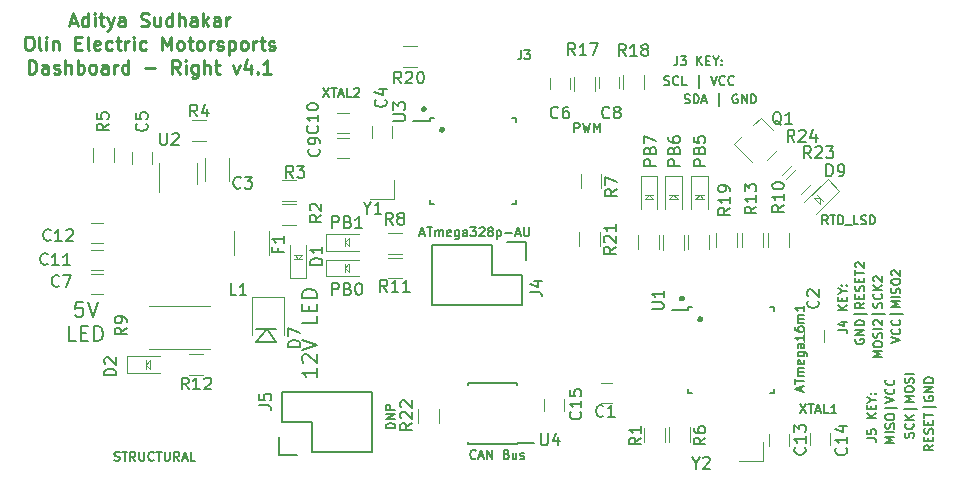
<source format=gto>
G04 #@! TF.GenerationSoftware,KiCad,Pcbnew,5.0.2-bee76a0~70~ubuntu18.04.1*
G04 #@! TF.CreationDate,2019-02-11T21:35:21-05:00*
G04 #@! TF.ProjectId,dashboard_mk4_rev4,64617368-626f-4617-9264-5f6d6b345f72,6.0*
G04 #@! TF.SameCoordinates,Original*
G04 #@! TF.FileFunction,Legend,Top*
G04 #@! TF.FilePolarity,Positive*
%FSLAX46Y46*%
G04 Gerber Fmt 4.6, Leading zero omitted, Abs format (unit mm)*
G04 Created by KiCad (PCBNEW 5.0.2-bee76a0~70~ubuntu18.04.1) date Mon 11 Feb 2019 09:35:21 PM EST*
%MOMM*%
%LPD*%
G01*
G04 APERTURE LIST*
%ADD10C,0.190500*%
%ADD11C,0.285750*%
%ADD12C,0.152400*%
%ADD13C,0.150000*%
%ADD14C,0.120000*%
%ADD15C,0.200000*%
%ADD16C,0.500000*%
%ADD17C,0.100000*%
G04 APERTURE END LIST*
D10*
X94234000Y-44794714D02*
X93980000Y-44431857D01*
X93798571Y-44794714D02*
X93798571Y-44032714D01*
X94088857Y-44032714D01*
X94161428Y-44069000D01*
X94197714Y-44105285D01*
X94234000Y-44177857D01*
X94234000Y-44286714D01*
X94197714Y-44359285D01*
X94161428Y-44395571D01*
X94088857Y-44431857D01*
X93798571Y-44431857D01*
X94451714Y-44032714D02*
X94887142Y-44032714D01*
X94669428Y-44794714D02*
X94669428Y-44032714D01*
X95141142Y-44794714D02*
X95141142Y-44032714D01*
X95322571Y-44032714D01*
X95431428Y-44069000D01*
X95504000Y-44141571D01*
X95540285Y-44214142D01*
X95576571Y-44359285D01*
X95576571Y-44468142D01*
X95540285Y-44613285D01*
X95504000Y-44685857D01*
X95431428Y-44758428D01*
X95322571Y-44794714D01*
X95141142Y-44794714D01*
X95721714Y-44867285D02*
X96302285Y-44867285D01*
X96846571Y-44794714D02*
X96483714Y-44794714D01*
X96483714Y-44032714D01*
X97064285Y-44758428D02*
X97173142Y-44794714D01*
X97354571Y-44794714D01*
X97427142Y-44758428D01*
X97463428Y-44722142D01*
X97499714Y-44649571D01*
X97499714Y-44577000D01*
X97463428Y-44504428D01*
X97427142Y-44468142D01*
X97354571Y-44431857D01*
X97209428Y-44395571D01*
X97136857Y-44359285D01*
X97100571Y-44323000D01*
X97064285Y-44250428D01*
X97064285Y-44177857D01*
X97100571Y-44105285D01*
X97136857Y-44069000D01*
X97209428Y-44032714D01*
X97390857Y-44032714D01*
X97499714Y-44069000D01*
X97826285Y-44794714D02*
X97826285Y-44032714D01*
X98007714Y-44032714D01*
X98116571Y-44069000D01*
X98189142Y-44141571D01*
X98225428Y-44214142D01*
X98261714Y-44359285D01*
X98261714Y-44468142D01*
X98225428Y-44613285D01*
X98189142Y-44685857D01*
X98116571Y-44758428D01*
X98007714Y-44794714D01*
X97826285Y-44794714D01*
X72805471Y-36979134D02*
X72805471Y-36217134D01*
X73095757Y-36217134D01*
X73168328Y-36253420D01*
X73204614Y-36289705D01*
X73240900Y-36362277D01*
X73240900Y-36471134D01*
X73204614Y-36543705D01*
X73168328Y-36579991D01*
X73095757Y-36616277D01*
X72805471Y-36616277D01*
X73494900Y-36217134D02*
X73676328Y-36979134D01*
X73821471Y-36434848D01*
X73966614Y-36979134D01*
X74148042Y-36217134D01*
X74438328Y-36979134D02*
X74438328Y-36217134D01*
X74692328Y-36761420D01*
X74946328Y-36217134D01*
X74946328Y-36979134D01*
X68282369Y-30042074D02*
X68282369Y-30586360D01*
X68246083Y-30695217D01*
X68173511Y-30767788D01*
X68064654Y-30804074D01*
X67992083Y-30804074D01*
X68572654Y-30042074D02*
X69044369Y-30042074D01*
X68790369Y-30332360D01*
X68899226Y-30332360D01*
X68971797Y-30368645D01*
X69008083Y-30404931D01*
X69044369Y-30477502D01*
X69044369Y-30658931D01*
X69008083Y-30731502D01*
X68971797Y-30767788D01*
X68899226Y-30804074D01*
X68681511Y-30804074D01*
X68608940Y-30767788D01*
X68572654Y-30731502D01*
X82131262Y-34512068D02*
X82240120Y-34548354D01*
X82421548Y-34548354D01*
X82494120Y-34512068D01*
X82530405Y-34475782D01*
X82566691Y-34403211D01*
X82566691Y-34330640D01*
X82530405Y-34258068D01*
X82494120Y-34221782D01*
X82421548Y-34185497D01*
X82276405Y-34149211D01*
X82203834Y-34112925D01*
X82167548Y-34076640D01*
X82131262Y-34004068D01*
X82131262Y-33931497D01*
X82167548Y-33858925D01*
X82203834Y-33822640D01*
X82276405Y-33786354D01*
X82457834Y-33786354D01*
X82566691Y-33822640D01*
X82893262Y-34548354D02*
X82893262Y-33786354D01*
X83074691Y-33786354D01*
X83183548Y-33822640D01*
X83256120Y-33895211D01*
X83292405Y-33967782D01*
X83328691Y-34112925D01*
X83328691Y-34221782D01*
X83292405Y-34366925D01*
X83256120Y-34439497D01*
X83183548Y-34512068D01*
X83074691Y-34548354D01*
X82893262Y-34548354D01*
X83618977Y-34330640D02*
X83981834Y-34330640D01*
X83546405Y-34548354D02*
X83800405Y-33786354D01*
X84054405Y-34548354D01*
X85070405Y-34802354D02*
X85070405Y-33713782D01*
X86594405Y-33822640D02*
X86521834Y-33786354D01*
X86412977Y-33786354D01*
X86304120Y-33822640D01*
X86231548Y-33895211D01*
X86195262Y-33967782D01*
X86158977Y-34112925D01*
X86158977Y-34221782D01*
X86195262Y-34366925D01*
X86231548Y-34439497D01*
X86304120Y-34512068D01*
X86412977Y-34548354D01*
X86485548Y-34548354D01*
X86594405Y-34512068D01*
X86630691Y-34475782D01*
X86630691Y-34221782D01*
X86485548Y-34221782D01*
X86957262Y-34548354D02*
X86957262Y-33786354D01*
X87392691Y-34548354D01*
X87392691Y-33786354D01*
X87755548Y-34548354D02*
X87755548Y-33786354D01*
X87936977Y-33786354D01*
X88045834Y-33822640D01*
X88118405Y-33895211D01*
X88154691Y-33967782D01*
X88190977Y-34112925D01*
X88190977Y-34221782D01*
X88154691Y-34366925D01*
X88118405Y-34439497D01*
X88045834Y-34512068D01*
X87936977Y-34548354D01*
X87755548Y-34548354D01*
X81513700Y-30564438D02*
X81513700Y-31108724D01*
X81477414Y-31217581D01*
X81404842Y-31290152D01*
X81295985Y-31326438D01*
X81223414Y-31326438D01*
X81803985Y-30564438D02*
X82275700Y-30564438D01*
X82021700Y-30854724D01*
X82130557Y-30854724D01*
X82203128Y-30891009D01*
X82239414Y-30927295D01*
X82275700Y-30999866D01*
X82275700Y-31181295D01*
X82239414Y-31253866D01*
X82203128Y-31290152D01*
X82130557Y-31326438D01*
X81912842Y-31326438D01*
X81840271Y-31290152D01*
X81803985Y-31253866D01*
X83182842Y-31326438D02*
X83182842Y-30564438D01*
X83618271Y-31326438D02*
X83291700Y-30891009D01*
X83618271Y-30564438D02*
X83182842Y-30999866D01*
X83944842Y-30927295D02*
X84198842Y-30927295D01*
X84307700Y-31326438D02*
X83944842Y-31326438D01*
X83944842Y-30564438D01*
X84307700Y-30564438D01*
X84779414Y-30963581D02*
X84779414Y-31326438D01*
X84525414Y-30564438D02*
X84779414Y-30963581D01*
X85033414Y-30564438D01*
X85287414Y-31253866D02*
X85323700Y-31290152D01*
X85287414Y-31326438D01*
X85251128Y-31290152D01*
X85287414Y-31253866D01*
X85287414Y-31326438D01*
X85287414Y-30854724D02*
X85323700Y-30891009D01*
X85287414Y-30927295D01*
X85251128Y-30891009D01*
X85287414Y-30854724D01*
X85287414Y-30927295D01*
X33854208Y-64783788D02*
X33963065Y-64820074D01*
X34144494Y-64820074D01*
X34217065Y-64783788D01*
X34253351Y-64747502D01*
X34289637Y-64674931D01*
X34289637Y-64602360D01*
X34253351Y-64529788D01*
X34217065Y-64493502D01*
X34144494Y-64457217D01*
X33999351Y-64420931D01*
X33926780Y-64384645D01*
X33890494Y-64348360D01*
X33854208Y-64275788D01*
X33854208Y-64203217D01*
X33890494Y-64130645D01*
X33926780Y-64094360D01*
X33999351Y-64058074D01*
X34180780Y-64058074D01*
X34289637Y-64094360D01*
X34507351Y-64058074D02*
X34942780Y-64058074D01*
X34725065Y-64820074D02*
X34725065Y-64058074D01*
X35632208Y-64820074D02*
X35378208Y-64457217D01*
X35196780Y-64820074D02*
X35196780Y-64058074D01*
X35487065Y-64058074D01*
X35559637Y-64094360D01*
X35595922Y-64130645D01*
X35632208Y-64203217D01*
X35632208Y-64312074D01*
X35595922Y-64384645D01*
X35559637Y-64420931D01*
X35487065Y-64457217D01*
X35196780Y-64457217D01*
X35958780Y-64058074D02*
X35958780Y-64674931D01*
X35995065Y-64747502D01*
X36031351Y-64783788D01*
X36103922Y-64820074D01*
X36249065Y-64820074D01*
X36321637Y-64783788D01*
X36357922Y-64747502D01*
X36394208Y-64674931D01*
X36394208Y-64058074D01*
X37192494Y-64747502D02*
X37156208Y-64783788D01*
X37047351Y-64820074D01*
X36974780Y-64820074D01*
X36865922Y-64783788D01*
X36793351Y-64711217D01*
X36757065Y-64638645D01*
X36720780Y-64493502D01*
X36720780Y-64384645D01*
X36757065Y-64239502D01*
X36793351Y-64166931D01*
X36865922Y-64094360D01*
X36974780Y-64058074D01*
X37047351Y-64058074D01*
X37156208Y-64094360D01*
X37192494Y-64130645D01*
X37410208Y-64058074D02*
X37845637Y-64058074D01*
X37627922Y-64820074D02*
X37627922Y-64058074D01*
X38099637Y-64058074D02*
X38099637Y-64674931D01*
X38135922Y-64747502D01*
X38172208Y-64783788D01*
X38244780Y-64820074D01*
X38389922Y-64820074D01*
X38462494Y-64783788D01*
X38498780Y-64747502D01*
X38535065Y-64674931D01*
X38535065Y-64058074D01*
X39333351Y-64820074D02*
X39079351Y-64457217D01*
X38897922Y-64820074D02*
X38897922Y-64058074D01*
X39188208Y-64058074D01*
X39260780Y-64094360D01*
X39297065Y-64130645D01*
X39333351Y-64203217D01*
X39333351Y-64312074D01*
X39297065Y-64384645D01*
X39260780Y-64420931D01*
X39188208Y-64457217D01*
X38897922Y-64457217D01*
X39623637Y-64602360D02*
X39986494Y-64602360D01*
X39551065Y-64820074D02*
X39805065Y-64058074D01*
X40059065Y-64820074D01*
X40675922Y-64820074D02*
X40313065Y-64820074D01*
X40313065Y-64058074D01*
X97586074Y-62895480D02*
X98130360Y-62895480D01*
X98239217Y-62931765D01*
X98311788Y-63004337D01*
X98348074Y-63113194D01*
X98348074Y-63185765D01*
X97586074Y-62169765D02*
X97586074Y-62532622D01*
X97948931Y-62568908D01*
X97912645Y-62532622D01*
X97876360Y-62460051D01*
X97876360Y-62278622D01*
X97912645Y-62206051D01*
X97948931Y-62169765D01*
X98021502Y-62133480D01*
X98202931Y-62133480D01*
X98275502Y-62169765D01*
X98311788Y-62206051D01*
X98348074Y-62278622D01*
X98348074Y-62460051D01*
X98311788Y-62532622D01*
X98275502Y-62568908D01*
X98348074Y-61226337D02*
X97586074Y-61226337D01*
X98348074Y-60790908D02*
X97912645Y-61117480D01*
X97586074Y-60790908D02*
X98021502Y-61226337D01*
X97948931Y-60464337D02*
X97948931Y-60210337D01*
X98348074Y-60101480D02*
X98348074Y-60464337D01*
X97586074Y-60464337D01*
X97586074Y-60101480D01*
X97985217Y-59629765D02*
X98348074Y-59629765D01*
X97586074Y-59883765D02*
X97985217Y-59629765D01*
X97586074Y-59375765D01*
X98275502Y-59121765D02*
X98311788Y-59085480D01*
X98348074Y-59121765D01*
X98311788Y-59158051D01*
X98275502Y-59121765D01*
X98348074Y-59121765D01*
X97876360Y-59121765D02*
X97912645Y-59085480D01*
X97948931Y-59121765D01*
X97912645Y-59158051D01*
X97876360Y-59121765D01*
X97948931Y-59121765D01*
X80413520Y-32961471D02*
X80522377Y-32997757D01*
X80703805Y-32997757D01*
X80776377Y-32961471D01*
X80812663Y-32925185D01*
X80848948Y-32852614D01*
X80848948Y-32780043D01*
X80812663Y-32707471D01*
X80776377Y-32671185D01*
X80703805Y-32634900D01*
X80558663Y-32598614D01*
X80486091Y-32562328D01*
X80449805Y-32526043D01*
X80413520Y-32453471D01*
X80413520Y-32380900D01*
X80449805Y-32308328D01*
X80486091Y-32272043D01*
X80558663Y-32235757D01*
X80740091Y-32235757D01*
X80848948Y-32272043D01*
X81610948Y-32925185D02*
X81574663Y-32961471D01*
X81465805Y-32997757D01*
X81393234Y-32997757D01*
X81284377Y-32961471D01*
X81211805Y-32888900D01*
X81175520Y-32816328D01*
X81139234Y-32671185D01*
X81139234Y-32562328D01*
X81175520Y-32417185D01*
X81211805Y-32344614D01*
X81284377Y-32272043D01*
X81393234Y-32235757D01*
X81465805Y-32235757D01*
X81574663Y-32272043D01*
X81610948Y-32308328D01*
X82300377Y-32997757D02*
X81937520Y-32997757D01*
X81937520Y-32235757D01*
X83316377Y-33251757D02*
X83316377Y-32163185D01*
X84332377Y-32235757D02*
X84586377Y-32997757D01*
X84840377Y-32235757D01*
X85529805Y-32925185D02*
X85493520Y-32961471D01*
X85384663Y-32997757D01*
X85312091Y-32997757D01*
X85203234Y-32961471D01*
X85130663Y-32888900D01*
X85094377Y-32816328D01*
X85058091Y-32671185D01*
X85058091Y-32562328D01*
X85094377Y-32417185D01*
X85130663Y-32344614D01*
X85203234Y-32272043D01*
X85312091Y-32235757D01*
X85384663Y-32235757D01*
X85493520Y-32272043D01*
X85529805Y-32308328D01*
X86291805Y-32925185D02*
X86255520Y-32961471D01*
X86146663Y-32997757D01*
X86074091Y-32997757D01*
X85965234Y-32961471D01*
X85892663Y-32888900D01*
X85856377Y-32816328D01*
X85820091Y-32671185D01*
X85820091Y-32562328D01*
X85856377Y-32417185D01*
X85892663Y-32344614D01*
X85965234Y-32272043D01*
X86074091Y-32235757D01*
X86146663Y-32235757D01*
X86255520Y-32272043D01*
X86291805Y-32308328D01*
X99633314Y-54834971D02*
X100395314Y-54580971D01*
X99633314Y-54326971D01*
X100322742Y-53637542D02*
X100359028Y-53673828D01*
X100395314Y-53782685D01*
X100395314Y-53855257D01*
X100359028Y-53964114D01*
X100286457Y-54036685D01*
X100213885Y-54072971D01*
X100068742Y-54109257D01*
X99959885Y-54109257D01*
X99814742Y-54072971D01*
X99742171Y-54036685D01*
X99669600Y-53964114D01*
X99633314Y-53855257D01*
X99633314Y-53782685D01*
X99669600Y-53673828D01*
X99705885Y-53637542D01*
X100322742Y-52875542D02*
X100359028Y-52911828D01*
X100395314Y-53020685D01*
X100395314Y-53093257D01*
X100359028Y-53202114D01*
X100286457Y-53274685D01*
X100213885Y-53310971D01*
X100068742Y-53347257D01*
X99959885Y-53347257D01*
X99814742Y-53310971D01*
X99742171Y-53274685D01*
X99669600Y-53202114D01*
X99633314Y-53093257D01*
X99633314Y-53020685D01*
X99669600Y-52911828D01*
X99705885Y-52875542D01*
X100649314Y-52367542D02*
X99560742Y-52367542D01*
X100395314Y-51823257D02*
X99633314Y-51823257D01*
X100177600Y-51569257D01*
X99633314Y-51315257D01*
X100395314Y-51315257D01*
X100395314Y-50952400D02*
X99633314Y-50952400D01*
X100359028Y-50625828D02*
X100395314Y-50516971D01*
X100395314Y-50335542D01*
X100359028Y-50262971D01*
X100322742Y-50226685D01*
X100250171Y-50190400D01*
X100177600Y-50190400D01*
X100105028Y-50226685D01*
X100068742Y-50262971D01*
X100032457Y-50335542D01*
X99996171Y-50480685D01*
X99959885Y-50553257D01*
X99923600Y-50589542D01*
X99851028Y-50625828D01*
X99778457Y-50625828D01*
X99705885Y-50589542D01*
X99669600Y-50553257D01*
X99633314Y-50480685D01*
X99633314Y-50299257D01*
X99669600Y-50190400D01*
X99633314Y-49718685D02*
X99633314Y-49573542D01*
X99669600Y-49500971D01*
X99742171Y-49428400D01*
X99887314Y-49392114D01*
X100141314Y-49392114D01*
X100286457Y-49428400D01*
X100359028Y-49500971D01*
X100395314Y-49573542D01*
X100395314Y-49718685D01*
X100359028Y-49791257D01*
X100286457Y-49863828D01*
X100141314Y-49900114D01*
X99887314Y-49900114D01*
X99742171Y-49863828D01*
X99669600Y-49791257D01*
X99633314Y-49718685D01*
X99705885Y-49101828D02*
X99669600Y-49065542D01*
X99633314Y-48992971D01*
X99633314Y-48811542D01*
X99669600Y-48738971D01*
X99705885Y-48702685D01*
X99778457Y-48666400D01*
X99851028Y-48666400D01*
X99959885Y-48702685D01*
X100395314Y-49138114D01*
X100395314Y-48666400D01*
X96603820Y-54495337D02*
X96567534Y-54567908D01*
X96567534Y-54676765D01*
X96603820Y-54785622D01*
X96676391Y-54858194D01*
X96748962Y-54894480D01*
X96894105Y-54930765D01*
X97002962Y-54930765D01*
X97148105Y-54894480D01*
X97220677Y-54858194D01*
X97293248Y-54785622D01*
X97329534Y-54676765D01*
X97329534Y-54604194D01*
X97293248Y-54495337D01*
X97256962Y-54459051D01*
X97002962Y-54459051D01*
X97002962Y-54604194D01*
X97329534Y-54132480D02*
X96567534Y-54132480D01*
X97329534Y-53697051D01*
X96567534Y-53697051D01*
X97329534Y-53334194D02*
X96567534Y-53334194D01*
X96567534Y-53152765D01*
X96603820Y-53043908D01*
X96676391Y-52971337D01*
X96748962Y-52935051D01*
X96894105Y-52898765D01*
X97002962Y-52898765D01*
X97148105Y-52935051D01*
X97220677Y-52971337D01*
X97293248Y-53043908D01*
X97329534Y-53152765D01*
X97329534Y-53334194D01*
X97583534Y-52390765D02*
X96494962Y-52390765D01*
X97329534Y-51411051D02*
X96966677Y-51665051D01*
X97329534Y-51846480D02*
X96567534Y-51846480D01*
X96567534Y-51556194D01*
X96603820Y-51483622D01*
X96640105Y-51447337D01*
X96712677Y-51411051D01*
X96821534Y-51411051D01*
X96894105Y-51447337D01*
X96930391Y-51483622D01*
X96966677Y-51556194D01*
X96966677Y-51846480D01*
X96930391Y-51084480D02*
X96930391Y-50830480D01*
X97329534Y-50721622D02*
X97329534Y-51084480D01*
X96567534Y-51084480D01*
X96567534Y-50721622D01*
X97293248Y-50431337D02*
X97329534Y-50322480D01*
X97329534Y-50141051D01*
X97293248Y-50068480D01*
X97256962Y-50032194D01*
X97184391Y-49995908D01*
X97111820Y-49995908D01*
X97039248Y-50032194D01*
X97002962Y-50068480D01*
X96966677Y-50141051D01*
X96930391Y-50286194D01*
X96894105Y-50358765D01*
X96857820Y-50395051D01*
X96785248Y-50431337D01*
X96712677Y-50431337D01*
X96640105Y-50395051D01*
X96603820Y-50358765D01*
X96567534Y-50286194D01*
X96567534Y-50104765D01*
X96603820Y-49995908D01*
X96930391Y-49669337D02*
X96930391Y-49415337D01*
X97329534Y-49306480D02*
X97329534Y-49669337D01*
X96567534Y-49669337D01*
X96567534Y-49306480D01*
X96567534Y-49088765D02*
X96567534Y-48653337D01*
X97329534Y-48871051D02*
X96567534Y-48871051D01*
X96640105Y-48435622D02*
X96603820Y-48399337D01*
X96567534Y-48326765D01*
X96567534Y-48145337D01*
X96603820Y-48072765D01*
X96640105Y-48036480D01*
X96712677Y-48000194D01*
X96785248Y-48000194D01*
X96894105Y-48036480D01*
X97329534Y-48471908D01*
X97329534Y-48000194D01*
X98859884Y-56037117D02*
X98097884Y-56037117D01*
X98642170Y-55783117D01*
X98097884Y-55529117D01*
X98859884Y-55529117D01*
X98097884Y-55021117D02*
X98097884Y-54875974D01*
X98134170Y-54803402D01*
X98206741Y-54730831D01*
X98351884Y-54694545D01*
X98605884Y-54694545D01*
X98751027Y-54730831D01*
X98823598Y-54803402D01*
X98859884Y-54875974D01*
X98859884Y-55021117D01*
X98823598Y-55093688D01*
X98751027Y-55166260D01*
X98605884Y-55202545D01*
X98351884Y-55202545D01*
X98206741Y-55166260D01*
X98134170Y-55093688D01*
X98097884Y-55021117D01*
X98823598Y-54404260D02*
X98859884Y-54295402D01*
X98859884Y-54113974D01*
X98823598Y-54041402D01*
X98787312Y-54005117D01*
X98714741Y-53968831D01*
X98642170Y-53968831D01*
X98569598Y-54005117D01*
X98533312Y-54041402D01*
X98497027Y-54113974D01*
X98460741Y-54259117D01*
X98424455Y-54331688D01*
X98388170Y-54367974D01*
X98315598Y-54404260D01*
X98243027Y-54404260D01*
X98170455Y-54367974D01*
X98134170Y-54331688D01*
X98097884Y-54259117D01*
X98097884Y-54077688D01*
X98134170Y-53968831D01*
X98859884Y-53642260D02*
X98097884Y-53642260D01*
X98170455Y-53315688D02*
X98134170Y-53279402D01*
X98097884Y-53206831D01*
X98097884Y-53025402D01*
X98134170Y-52952831D01*
X98170455Y-52916545D01*
X98243027Y-52880260D01*
X98315598Y-52880260D01*
X98424455Y-52916545D01*
X98859884Y-53351974D01*
X98859884Y-52880260D01*
X99113884Y-52372260D02*
X98025312Y-52372260D01*
X98823598Y-51864260D02*
X98859884Y-51755402D01*
X98859884Y-51573974D01*
X98823598Y-51501402D01*
X98787312Y-51465117D01*
X98714741Y-51428831D01*
X98642170Y-51428831D01*
X98569598Y-51465117D01*
X98533312Y-51501402D01*
X98497027Y-51573974D01*
X98460741Y-51719117D01*
X98424455Y-51791688D01*
X98388170Y-51827974D01*
X98315598Y-51864260D01*
X98243027Y-51864260D01*
X98170455Y-51827974D01*
X98134170Y-51791688D01*
X98097884Y-51719117D01*
X98097884Y-51537688D01*
X98134170Y-51428831D01*
X98787312Y-50666831D02*
X98823598Y-50703117D01*
X98859884Y-50811974D01*
X98859884Y-50884545D01*
X98823598Y-50993402D01*
X98751027Y-51065974D01*
X98678455Y-51102260D01*
X98533312Y-51138545D01*
X98424455Y-51138545D01*
X98279312Y-51102260D01*
X98206741Y-51065974D01*
X98134170Y-50993402D01*
X98097884Y-50884545D01*
X98097884Y-50811974D01*
X98134170Y-50703117D01*
X98170455Y-50666831D01*
X98859884Y-50340260D02*
X98097884Y-50340260D01*
X98859884Y-49904831D02*
X98424455Y-50231402D01*
X98097884Y-49904831D02*
X98533312Y-50340260D01*
X98170455Y-49614545D02*
X98134170Y-49578260D01*
X98097884Y-49505688D01*
X98097884Y-49324260D01*
X98134170Y-49251688D01*
X98170455Y-49215402D01*
X98243027Y-49179117D01*
X98315598Y-49179117D01*
X98424455Y-49215402D01*
X98859884Y-49650831D01*
X98859884Y-49179117D01*
X103179154Y-63486574D02*
X102816297Y-63740574D01*
X103179154Y-63922002D02*
X102417154Y-63922002D01*
X102417154Y-63631717D01*
X102453440Y-63559145D01*
X102489725Y-63522860D01*
X102562297Y-63486574D01*
X102671154Y-63486574D01*
X102743725Y-63522860D01*
X102780011Y-63559145D01*
X102816297Y-63631717D01*
X102816297Y-63922002D01*
X102780011Y-63160002D02*
X102780011Y-62906002D01*
X103179154Y-62797145D02*
X103179154Y-63160002D01*
X102417154Y-63160002D01*
X102417154Y-62797145D01*
X103142868Y-62506860D02*
X103179154Y-62398002D01*
X103179154Y-62216574D01*
X103142868Y-62144002D01*
X103106582Y-62107717D01*
X103034011Y-62071431D01*
X102961440Y-62071431D01*
X102888868Y-62107717D01*
X102852582Y-62144002D01*
X102816297Y-62216574D01*
X102780011Y-62361717D01*
X102743725Y-62434288D01*
X102707440Y-62470574D01*
X102634868Y-62506860D01*
X102562297Y-62506860D01*
X102489725Y-62470574D01*
X102453440Y-62434288D01*
X102417154Y-62361717D01*
X102417154Y-62180288D01*
X102453440Y-62071431D01*
X102780011Y-61744860D02*
X102780011Y-61490860D01*
X103179154Y-61382002D02*
X103179154Y-61744860D01*
X102417154Y-61744860D01*
X102417154Y-61382002D01*
X102417154Y-61164288D02*
X102417154Y-60728860D01*
X103179154Y-60946574D02*
X102417154Y-60946574D01*
X103433154Y-60293431D02*
X102344582Y-60293431D01*
X102453440Y-59350002D02*
X102417154Y-59422574D01*
X102417154Y-59531431D01*
X102453440Y-59640288D01*
X102526011Y-59712860D01*
X102598582Y-59749145D01*
X102743725Y-59785431D01*
X102852582Y-59785431D01*
X102997725Y-59749145D01*
X103070297Y-59712860D01*
X103142868Y-59640288D01*
X103179154Y-59531431D01*
X103179154Y-59458860D01*
X103142868Y-59350002D01*
X103106582Y-59313717D01*
X102852582Y-59313717D01*
X102852582Y-59458860D01*
X103179154Y-58987145D02*
X102417154Y-58987145D01*
X103179154Y-58551717D01*
X102417154Y-58551717D01*
X103179154Y-58188860D02*
X102417154Y-58188860D01*
X102417154Y-58007431D01*
X102453440Y-57898574D01*
X102526011Y-57826002D01*
X102598582Y-57789717D01*
X102743725Y-57753431D01*
X102852582Y-57753431D01*
X102997725Y-57789717D01*
X103070297Y-57826002D01*
X103142868Y-57898574D01*
X103179154Y-58007431D01*
X103179154Y-58188860D01*
X101496948Y-62855928D02*
X101533234Y-62747071D01*
X101533234Y-62565642D01*
X101496948Y-62493071D01*
X101460662Y-62456785D01*
X101388091Y-62420500D01*
X101315520Y-62420500D01*
X101242948Y-62456785D01*
X101206662Y-62493071D01*
X101170377Y-62565642D01*
X101134091Y-62710785D01*
X101097805Y-62783357D01*
X101061520Y-62819642D01*
X100988948Y-62855928D01*
X100916377Y-62855928D01*
X100843805Y-62819642D01*
X100807520Y-62783357D01*
X100771234Y-62710785D01*
X100771234Y-62529357D01*
X100807520Y-62420500D01*
X101460662Y-61658500D02*
X101496948Y-61694785D01*
X101533234Y-61803642D01*
X101533234Y-61876214D01*
X101496948Y-61985071D01*
X101424377Y-62057642D01*
X101351805Y-62093928D01*
X101206662Y-62130214D01*
X101097805Y-62130214D01*
X100952662Y-62093928D01*
X100880091Y-62057642D01*
X100807520Y-61985071D01*
X100771234Y-61876214D01*
X100771234Y-61803642D01*
X100807520Y-61694785D01*
X100843805Y-61658500D01*
X101533234Y-61331928D02*
X100771234Y-61331928D01*
X101533234Y-60896500D02*
X101097805Y-61223071D01*
X100771234Y-60896500D02*
X101206662Y-61331928D01*
X101787234Y-60388500D02*
X100698662Y-60388500D01*
X101533234Y-59844214D02*
X100771234Y-59844214D01*
X101315520Y-59590214D01*
X100771234Y-59336214D01*
X101533234Y-59336214D01*
X100771234Y-58828214D02*
X100771234Y-58683071D01*
X100807520Y-58610500D01*
X100880091Y-58537928D01*
X101025234Y-58501642D01*
X101279234Y-58501642D01*
X101424377Y-58537928D01*
X101496948Y-58610500D01*
X101533234Y-58683071D01*
X101533234Y-58828214D01*
X101496948Y-58900785D01*
X101424377Y-58973357D01*
X101279234Y-59009642D01*
X101025234Y-59009642D01*
X100880091Y-58973357D01*
X100807520Y-58900785D01*
X100771234Y-58828214D01*
X101496948Y-58211357D02*
X101533234Y-58102500D01*
X101533234Y-57921071D01*
X101496948Y-57848500D01*
X101460662Y-57812214D01*
X101388091Y-57775928D01*
X101315520Y-57775928D01*
X101242948Y-57812214D01*
X101206662Y-57848500D01*
X101170377Y-57921071D01*
X101134091Y-58066214D01*
X101097805Y-58138785D01*
X101061520Y-58175071D01*
X100988948Y-58211357D01*
X100916377Y-58211357D01*
X100843805Y-58175071D01*
X100807520Y-58138785D01*
X100771234Y-58066214D01*
X100771234Y-57884785D01*
X100807520Y-57775928D01*
X101533234Y-57449357D02*
X100771234Y-57449357D01*
X99894934Y-63276117D02*
X99132934Y-63276117D01*
X99677220Y-63022117D01*
X99132934Y-62768117D01*
X99894934Y-62768117D01*
X99894934Y-62405260D02*
X99132934Y-62405260D01*
X99858648Y-62078688D02*
X99894934Y-61969831D01*
X99894934Y-61788402D01*
X99858648Y-61715831D01*
X99822362Y-61679545D01*
X99749791Y-61643260D01*
X99677220Y-61643260D01*
X99604648Y-61679545D01*
X99568362Y-61715831D01*
X99532077Y-61788402D01*
X99495791Y-61933545D01*
X99459505Y-62006117D01*
X99423220Y-62042402D01*
X99350648Y-62078688D01*
X99278077Y-62078688D01*
X99205505Y-62042402D01*
X99169220Y-62006117D01*
X99132934Y-61933545D01*
X99132934Y-61752117D01*
X99169220Y-61643260D01*
X99132934Y-61171545D02*
X99132934Y-61026402D01*
X99169220Y-60953831D01*
X99241791Y-60881260D01*
X99386934Y-60844974D01*
X99640934Y-60844974D01*
X99786077Y-60881260D01*
X99858648Y-60953831D01*
X99894934Y-61026402D01*
X99894934Y-61171545D01*
X99858648Y-61244117D01*
X99786077Y-61316688D01*
X99640934Y-61352974D01*
X99386934Y-61352974D01*
X99241791Y-61316688D01*
X99169220Y-61244117D01*
X99132934Y-61171545D01*
X100148934Y-60336974D02*
X99060362Y-60336974D01*
X99132934Y-59901545D02*
X99894934Y-59647545D01*
X99132934Y-59393545D01*
X99822362Y-58704117D02*
X99858648Y-58740402D01*
X99894934Y-58849260D01*
X99894934Y-58921831D01*
X99858648Y-59030688D01*
X99786077Y-59103260D01*
X99713505Y-59139545D01*
X99568362Y-59175831D01*
X99459505Y-59175831D01*
X99314362Y-59139545D01*
X99241791Y-59103260D01*
X99169220Y-59030688D01*
X99132934Y-58921831D01*
X99132934Y-58849260D01*
X99169220Y-58740402D01*
X99205505Y-58704117D01*
X99822362Y-57942117D02*
X99858648Y-57978402D01*
X99894934Y-58087260D01*
X99894934Y-58159831D01*
X99858648Y-58268688D01*
X99786077Y-58341260D01*
X99713505Y-58377545D01*
X99568362Y-58413831D01*
X99459505Y-58413831D01*
X99314362Y-58377545D01*
X99241791Y-58341260D01*
X99169220Y-58268688D01*
X99132934Y-58159831D01*
X99132934Y-58087260D01*
X99169220Y-57978402D01*
X99205505Y-57942117D01*
X95117194Y-53741320D02*
X95661480Y-53741320D01*
X95770337Y-53777605D01*
X95842908Y-53850177D01*
X95879194Y-53959034D01*
X95879194Y-54031605D01*
X95371194Y-53051891D02*
X95879194Y-53051891D01*
X95080908Y-53233320D02*
X95625194Y-53414748D01*
X95625194Y-52943034D01*
X95879194Y-52072177D02*
X95117194Y-52072177D01*
X95879194Y-51636748D02*
X95443765Y-51963320D01*
X95117194Y-51636748D02*
X95552622Y-52072177D01*
X95480051Y-51310177D02*
X95480051Y-51056177D01*
X95879194Y-50947320D02*
X95879194Y-51310177D01*
X95117194Y-51310177D01*
X95117194Y-50947320D01*
X95516337Y-50475605D02*
X95879194Y-50475605D01*
X95117194Y-50729605D02*
X95516337Y-50475605D01*
X95117194Y-50221605D01*
X95806622Y-49967605D02*
X95842908Y-49931320D01*
X95879194Y-49967605D01*
X95842908Y-50003891D01*
X95806622Y-49967605D01*
X95879194Y-49967605D01*
X95407480Y-49967605D02*
X95443765Y-49931320D01*
X95480051Y-49967605D01*
X95443765Y-50003891D01*
X95407480Y-49967605D01*
X95480051Y-49967605D01*
D11*
X30110611Y-27705050D02*
X30654897Y-27705050D01*
X30001754Y-28031621D02*
X30382754Y-26888621D01*
X30763754Y-28031621D01*
X31634611Y-28031621D02*
X31634611Y-26888621D01*
X31634611Y-27977192D02*
X31525754Y-28031621D01*
X31308040Y-28031621D01*
X31199182Y-27977192D01*
X31144754Y-27922764D01*
X31090325Y-27813907D01*
X31090325Y-27487335D01*
X31144754Y-27378478D01*
X31199182Y-27324050D01*
X31308040Y-27269621D01*
X31525754Y-27269621D01*
X31634611Y-27324050D01*
X32178897Y-28031621D02*
X32178897Y-27269621D01*
X32178897Y-26888621D02*
X32124468Y-26943050D01*
X32178897Y-26997478D01*
X32233325Y-26943050D01*
X32178897Y-26888621D01*
X32178897Y-26997478D01*
X32559897Y-27269621D02*
X32995325Y-27269621D01*
X32723182Y-26888621D02*
X32723182Y-27868335D01*
X32777611Y-27977192D01*
X32886468Y-28031621D01*
X32995325Y-28031621D01*
X33267468Y-27269621D02*
X33539611Y-28031621D01*
X33811754Y-27269621D02*
X33539611Y-28031621D01*
X33430754Y-28303764D01*
X33376325Y-28358192D01*
X33267468Y-28412621D01*
X34737040Y-28031621D02*
X34737040Y-27432907D01*
X34682611Y-27324050D01*
X34573754Y-27269621D01*
X34356040Y-27269621D01*
X34247182Y-27324050D01*
X34737040Y-27977192D02*
X34628182Y-28031621D01*
X34356040Y-28031621D01*
X34247182Y-27977192D01*
X34192754Y-27868335D01*
X34192754Y-27759478D01*
X34247182Y-27650621D01*
X34356040Y-27596192D01*
X34628182Y-27596192D01*
X34737040Y-27541764D01*
X36097754Y-27977192D02*
X36261040Y-28031621D01*
X36533182Y-28031621D01*
X36642040Y-27977192D01*
X36696468Y-27922764D01*
X36750897Y-27813907D01*
X36750897Y-27705050D01*
X36696468Y-27596192D01*
X36642040Y-27541764D01*
X36533182Y-27487335D01*
X36315468Y-27432907D01*
X36206611Y-27378478D01*
X36152182Y-27324050D01*
X36097754Y-27215192D01*
X36097754Y-27106335D01*
X36152182Y-26997478D01*
X36206611Y-26943050D01*
X36315468Y-26888621D01*
X36587611Y-26888621D01*
X36750897Y-26943050D01*
X37730611Y-27269621D02*
X37730611Y-28031621D01*
X37240754Y-27269621D02*
X37240754Y-27868335D01*
X37295182Y-27977192D01*
X37404040Y-28031621D01*
X37567325Y-28031621D01*
X37676182Y-27977192D01*
X37730611Y-27922764D01*
X38764754Y-28031621D02*
X38764754Y-26888621D01*
X38764754Y-27977192D02*
X38655897Y-28031621D01*
X38438182Y-28031621D01*
X38329325Y-27977192D01*
X38274897Y-27922764D01*
X38220468Y-27813907D01*
X38220468Y-27487335D01*
X38274897Y-27378478D01*
X38329325Y-27324050D01*
X38438182Y-27269621D01*
X38655897Y-27269621D01*
X38764754Y-27324050D01*
X39309040Y-28031621D02*
X39309040Y-26888621D01*
X39798897Y-28031621D02*
X39798897Y-27432907D01*
X39744468Y-27324050D01*
X39635611Y-27269621D01*
X39472325Y-27269621D01*
X39363468Y-27324050D01*
X39309040Y-27378478D01*
X40833040Y-28031621D02*
X40833040Y-27432907D01*
X40778611Y-27324050D01*
X40669754Y-27269621D01*
X40452040Y-27269621D01*
X40343182Y-27324050D01*
X40833040Y-27977192D02*
X40724182Y-28031621D01*
X40452040Y-28031621D01*
X40343182Y-27977192D01*
X40288754Y-27868335D01*
X40288754Y-27759478D01*
X40343182Y-27650621D01*
X40452040Y-27596192D01*
X40724182Y-27596192D01*
X40833040Y-27541764D01*
X41377325Y-28031621D02*
X41377325Y-26888621D01*
X41486182Y-27596192D02*
X41812754Y-28031621D01*
X41812754Y-27269621D02*
X41377325Y-27705050D01*
X42792468Y-28031621D02*
X42792468Y-27432907D01*
X42738040Y-27324050D01*
X42629182Y-27269621D01*
X42411468Y-27269621D01*
X42302611Y-27324050D01*
X42792468Y-27977192D02*
X42683611Y-28031621D01*
X42411468Y-28031621D01*
X42302611Y-27977192D01*
X42248182Y-27868335D01*
X42248182Y-27759478D01*
X42302611Y-27650621D01*
X42411468Y-27596192D01*
X42683611Y-27596192D01*
X42792468Y-27541764D01*
X43336754Y-28031621D02*
X43336754Y-27269621D01*
X43336754Y-27487335D02*
X43391182Y-27378478D01*
X43445611Y-27324050D01*
X43554468Y-27269621D01*
X43663325Y-27269621D01*
X26518325Y-28888871D02*
X26736039Y-28888871D01*
X26844897Y-28943300D01*
X26953754Y-29052157D01*
X27008182Y-29269871D01*
X27008182Y-29650871D01*
X26953754Y-29868585D01*
X26844897Y-29977442D01*
X26736039Y-30031871D01*
X26518325Y-30031871D01*
X26409468Y-29977442D01*
X26300611Y-29868585D01*
X26246182Y-29650871D01*
X26246182Y-29269871D01*
X26300611Y-29052157D01*
X26409468Y-28943300D01*
X26518325Y-28888871D01*
X27661325Y-30031871D02*
X27552468Y-29977442D01*
X27498039Y-29868585D01*
X27498039Y-28888871D01*
X28096754Y-30031871D02*
X28096754Y-29269871D01*
X28096754Y-28888871D02*
X28042325Y-28943300D01*
X28096754Y-28997728D01*
X28151182Y-28943300D01*
X28096754Y-28888871D01*
X28096754Y-28997728D01*
X28641039Y-29269871D02*
X28641039Y-30031871D01*
X28641039Y-29378728D02*
X28695468Y-29324300D01*
X28804325Y-29269871D01*
X28967611Y-29269871D01*
X29076468Y-29324300D01*
X29130897Y-29433157D01*
X29130897Y-30031871D01*
X30546039Y-29433157D02*
X30927039Y-29433157D01*
X31090325Y-30031871D02*
X30546039Y-30031871D01*
X30546039Y-28888871D01*
X31090325Y-28888871D01*
X31743468Y-30031871D02*
X31634611Y-29977442D01*
X31580182Y-29868585D01*
X31580182Y-28888871D01*
X32614325Y-29977442D02*
X32505468Y-30031871D01*
X32287754Y-30031871D01*
X32178897Y-29977442D01*
X32124468Y-29868585D01*
X32124468Y-29433157D01*
X32178897Y-29324300D01*
X32287754Y-29269871D01*
X32505468Y-29269871D01*
X32614325Y-29324300D01*
X32668754Y-29433157D01*
X32668754Y-29542014D01*
X32124468Y-29650871D01*
X33648468Y-29977442D02*
X33539611Y-30031871D01*
X33321897Y-30031871D01*
X33213039Y-29977442D01*
X33158611Y-29923014D01*
X33104182Y-29814157D01*
X33104182Y-29487585D01*
X33158611Y-29378728D01*
X33213039Y-29324300D01*
X33321897Y-29269871D01*
X33539611Y-29269871D01*
X33648468Y-29324300D01*
X33975039Y-29269871D02*
X34410468Y-29269871D01*
X34138325Y-28888871D02*
X34138325Y-29868585D01*
X34192754Y-29977442D01*
X34301611Y-30031871D01*
X34410468Y-30031871D01*
X34791468Y-30031871D02*
X34791468Y-29269871D01*
X34791468Y-29487585D02*
X34845897Y-29378728D01*
X34900325Y-29324300D01*
X35009182Y-29269871D01*
X35118039Y-29269871D01*
X35499039Y-30031871D02*
X35499039Y-29269871D01*
X35499039Y-28888871D02*
X35444611Y-28943300D01*
X35499039Y-28997728D01*
X35553468Y-28943300D01*
X35499039Y-28888871D01*
X35499039Y-28997728D01*
X36533182Y-29977442D02*
X36424325Y-30031871D01*
X36206611Y-30031871D01*
X36097754Y-29977442D01*
X36043325Y-29923014D01*
X35988897Y-29814157D01*
X35988897Y-29487585D01*
X36043325Y-29378728D01*
X36097754Y-29324300D01*
X36206611Y-29269871D01*
X36424325Y-29269871D01*
X36533182Y-29324300D01*
X37893897Y-30031871D02*
X37893897Y-28888871D01*
X38274897Y-29705300D01*
X38655897Y-28888871D01*
X38655897Y-30031871D01*
X39363468Y-30031871D02*
X39254611Y-29977442D01*
X39200182Y-29923014D01*
X39145754Y-29814157D01*
X39145754Y-29487585D01*
X39200182Y-29378728D01*
X39254611Y-29324300D01*
X39363468Y-29269871D01*
X39526754Y-29269871D01*
X39635611Y-29324300D01*
X39690040Y-29378728D01*
X39744468Y-29487585D01*
X39744468Y-29814157D01*
X39690040Y-29923014D01*
X39635611Y-29977442D01*
X39526754Y-30031871D01*
X39363468Y-30031871D01*
X40071040Y-29269871D02*
X40506468Y-29269871D01*
X40234325Y-28888871D02*
X40234325Y-29868585D01*
X40288754Y-29977442D01*
X40397611Y-30031871D01*
X40506468Y-30031871D01*
X41050754Y-30031871D02*
X40941897Y-29977442D01*
X40887468Y-29923014D01*
X40833039Y-29814157D01*
X40833039Y-29487585D01*
X40887468Y-29378728D01*
X40941897Y-29324300D01*
X41050754Y-29269871D01*
X41214039Y-29269871D01*
X41322897Y-29324300D01*
X41377325Y-29378728D01*
X41431754Y-29487585D01*
X41431754Y-29814157D01*
X41377325Y-29923014D01*
X41322897Y-29977442D01*
X41214039Y-30031871D01*
X41050754Y-30031871D01*
X41921611Y-30031871D02*
X41921611Y-29269871D01*
X41921611Y-29487585D02*
X41976039Y-29378728D01*
X42030468Y-29324300D01*
X42139325Y-29269871D01*
X42248182Y-29269871D01*
X42574754Y-29977442D02*
X42683611Y-30031871D01*
X42901325Y-30031871D01*
X43010182Y-29977442D01*
X43064611Y-29868585D01*
X43064611Y-29814157D01*
X43010182Y-29705300D01*
X42901325Y-29650871D01*
X42738039Y-29650871D01*
X42629182Y-29596442D01*
X42574754Y-29487585D01*
X42574754Y-29433157D01*
X42629182Y-29324300D01*
X42738039Y-29269871D01*
X42901325Y-29269871D01*
X43010182Y-29324300D01*
X43554468Y-29269871D02*
X43554468Y-30412871D01*
X43554468Y-29324300D02*
X43663325Y-29269871D01*
X43881040Y-29269871D01*
X43989897Y-29324300D01*
X44044325Y-29378728D01*
X44098754Y-29487585D01*
X44098754Y-29814157D01*
X44044325Y-29923014D01*
X43989897Y-29977442D01*
X43881040Y-30031871D01*
X43663325Y-30031871D01*
X43554468Y-29977442D01*
X44751897Y-30031871D02*
X44643040Y-29977442D01*
X44588611Y-29923014D01*
X44534182Y-29814157D01*
X44534182Y-29487585D01*
X44588611Y-29378728D01*
X44643040Y-29324300D01*
X44751897Y-29269871D01*
X44915182Y-29269871D01*
X45024040Y-29324300D01*
X45078468Y-29378728D01*
X45132897Y-29487585D01*
X45132897Y-29814157D01*
X45078468Y-29923014D01*
X45024040Y-29977442D01*
X44915182Y-30031871D01*
X44751897Y-30031871D01*
X45622754Y-30031871D02*
X45622754Y-29269871D01*
X45622754Y-29487585D02*
X45677182Y-29378728D01*
X45731611Y-29324300D01*
X45840468Y-29269871D01*
X45949325Y-29269871D01*
X46167040Y-29269871D02*
X46602468Y-29269871D01*
X46330325Y-28888871D02*
X46330325Y-29868585D01*
X46384754Y-29977442D01*
X46493611Y-30031871D01*
X46602468Y-30031871D01*
X46929040Y-29977442D02*
X47037897Y-30031871D01*
X47255611Y-30031871D01*
X47364468Y-29977442D01*
X47418897Y-29868585D01*
X47418897Y-29814157D01*
X47364468Y-29705300D01*
X47255611Y-29650871D01*
X47092325Y-29650871D01*
X46983468Y-29596442D01*
X46929040Y-29487585D01*
X46929040Y-29433157D01*
X46983468Y-29324300D01*
X47092325Y-29269871D01*
X47255611Y-29269871D01*
X47364468Y-29324300D01*
X26599968Y-32032121D02*
X26599968Y-30889121D01*
X26872111Y-30889121D01*
X27035397Y-30943550D01*
X27144254Y-31052407D01*
X27198682Y-31161264D01*
X27253111Y-31378978D01*
X27253111Y-31542264D01*
X27198682Y-31759978D01*
X27144254Y-31868835D01*
X27035397Y-31977692D01*
X26872111Y-32032121D01*
X26599968Y-32032121D01*
X28232825Y-32032121D02*
X28232825Y-31433407D01*
X28178397Y-31324550D01*
X28069540Y-31270121D01*
X27851825Y-31270121D01*
X27742968Y-31324550D01*
X28232825Y-31977692D02*
X28123968Y-32032121D01*
X27851825Y-32032121D01*
X27742968Y-31977692D01*
X27688540Y-31868835D01*
X27688540Y-31759978D01*
X27742968Y-31651121D01*
X27851825Y-31596692D01*
X28123968Y-31596692D01*
X28232825Y-31542264D01*
X28722682Y-31977692D02*
X28831540Y-32032121D01*
X29049254Y-32032121D01*
X29158111Y-31977692D01*
X29212540Y-31868835D01*
X29212540Y-31814407D01*
X29158111Y-31705550D01*
X29049254Y-31651121D01*
X28885968Y-31651121D01*
X28777111Y-31596692D01*
X28722682Y-31487835D01*
X28722682Y-31433407D01*
X28777111Y-31324550D01*
X28885968Y-31270121D01*
X29049254Y-31270121D01*
X29158111Y-31324550D01*
X29702397Y-32032121D02*
X29702397Y-30889121D01*
X30192254Y-32032121D02*
X30192254Y-31433407D01*
X30137825Y-31324550D01*
X30028968Y-31270121D01*
X29865682Y-31270121D01*
X29756825Y-31324550D01*
X29702397Y-31378978D01*
X30736540Y-32032121D02*
X30736540Y-30889121D01*
X30736540Y-31324550D02*
X30845397Y-31270121D01*
X31063111Y-31270121D01*
X31171968Y-31324550D01*
X31226397Y-31378978D01*
X31280825Y-31487835D01*
X31280825Y-31814407D01*
X31226397Y-31923264D01*
X31171968Y-31977692D01*
X31063111Y-32032121D01*
X30845397Y-32032121D01*
X30736540Y-31977692D01*
X31933968Y-32032121D02*
X31825111Y-31977692D01*
X31770682Y-31923264D01*
X31716254Y-31814407D01*
X31716254Y-31487835D01*
X31770682Y-31378978D01*
X31825111Y-31324550D01*
X31933968Y-31270121D01*
X32097254Y-31270121D01*
X32206111Y-31324550D01*
X32260540Y-31378978D01*
X32314968Y-31487835D01*
X32314968Y-31814407D01*
X32260540Y-31923264D01*
X32206111Y-31977692D01*
X32097254Y-32032121D01*
X31933968Y-32032121D01*
X33294682Y-32032121D02*
X33294682Y-31433407D01*
X33240254Y-31324550D01*
X33131397Y-31270121D01*
X32913682Y-31270121D01*
X32804825Y-31324550D01*
X33294682Y-31977692D02*
X33185825Y-32032121D01*
X32913682Y-32032121D01*
X32804825Y-31977692D01*
X32750397Y-31868835D01*
X32750397Y-31759978D01*
X32804825Y-31651121D01*
X32913682Y-31596692D01*
X33185825Y-31596692D01*
X33294682Y-31542264D01*
X33838968Y-32032121D02*
X33838968Y-31270121D01*
X33838968Y-31487835D02*
X33893397Y-31378978D01*
X33947825Y-31324550D01*
X34056682Y-31270121D01*
X34165540Y-31270121D01*
X35036397Y-32032121D02*
X35036397Y-30889121D01*
X35036397Y-31977692D02*
X34927540Y-32032121D01*
X34709825Y-32032121D01*
X34600968Y-31977692D01*
X34546540Y-31923264D01*
X34492111Y-31814407D01*
X34492111Y-31487835D01*
X34546540Y-31378978D01*
X34600968Y-31324550D01*
X34709825Y-31270121D01*
X34927540Y-31270121D01*
X35036397Y-31324550D01*
X36451540Y-31596692D02*
X37322397Y-31596692D01*
X39390682Y-32032121D02*
X39009682Y-31487835D01*
X38737540Y-32032121D02*
X38737540Y-30889121D01*
X39172968Y-30889121D01*
X39281825Y-30943550D01*
X39336254Y-30997978D01*
X39390682Y-31106835D01*
X39390682Y-31270121D01*
X39336254Y-31378978D01*
X39281825Y-31433407D01*
X39172968Y-31487835D01*
X38737540Y-31487835D01*
X39880540Y-32032121D02*
X39880540Y-31270121D01*
X39880540Y-30889121D02*
X39826111Y-30943550D01*
X39880540Y-30997978D01*
X39934968Y-30943550D01*
X39880540Y-30889121D01*
X39880540Y-30997978D01*
X40914682Y-31270121D02*
X40914682Y-32195407D01*
X40860254Y-32304264D01*
X40805825Y-32358692D01*
X40696968Y-32413121D01*
X40533682Y-32413121D01*
X40424825Y-32358692D01*
X40914682Y-31977692D02*
X40805825Y-32032121D01*
X40588111Y-32032121D01*
X40479254Y-31977692D01*
X40424825Y-31923264D01*
X40370397Y-31814407D01*
X40370397Y-31487835D01*
X40424825Y-31378978D01*
X40479254Y-31324550D01*
X40588111Y-31270121D01*
X40805825Y-31270121D01*
X40914682Y-31324550D01*
X41458968Y-32032121D02*
X41458968Y-30889121D01*
X41948825Y-32032121D02*
X41948825Y-31433407D01*
X41894397Y-31324550D01*
X41785540Y-31270121D01*
X41622254Y-31270121D01*
X41513397Y-31324550D01*
X41458968Y-31378978D01*
X42329825Y-31270121D02*
X42765254Y-31270121D01*
X42493111Y-30889121D02*
X42493111Y-31868835D01*
X42547540Y-31977692D01*
X42656397Y-32032121D01*
X42765254Y-32032121D01*
X43908254Y-31270121D02*
X44180397Y-32032121D01*
X44452540Y-31270121D01*
X45377825Y-31270121D02*
X45377825Y-32032121D01*
X45105682Y-30834692D02*
X44833540Y-31651121D01*
X45541111Y-31651121D01*
X45976540Y-31923264D02*
X46030968Y-31977692D01*
X45976540Y-32032121D01*
X45922111Y-31977692D01*
X45976540Y-31923264D01*
X45976540Y-32032121D01*
X47119540Y-32032121D02*
X46466397Y-32032121D01*
X46792968Y-32032121D02*
X46792968Y-30889121D01*
X46684111Y-31052407D01*
X46575254Y-31161264D01*
X46466397Y-31215692D01*
D10*
X91929857Y-60034714D02*
X92437857Y-60796714D01*
X92437857Y-60034714D02*
X91929857Y-60796714D01*
X92619285Y-60034714D02*
X93054714Y-60034714D01*
X92837000Y-60796714D02*
X92837000Y-60034714D01*
X93272428Y-60579000D02*
X93635285Y-60579000D01*
X93199857Y-60796714D02*
X93453857Y-60034714D01*
X93707857Y-60796714D01*
X94324714Y-60796714D02*
X93961857Y-60796714D01*
X93961857Y-60034714D01*
X94977857Y-60796714D02*
X94542428Y-60796714D01*
X94760142Y-60796714D02*
X94760142Y-60034714D01*
X94687571Y-60143571D01*
X94615000Y-60216142D01*
X94542428Y-60252428D01*
X51543857Y-33237714D02*
X52051857Y-33999714D01*
X52051857Y-33237714D02*
X51543857Y-33999714D01*
X52233285Y-33237714D02*
X52668714Y-33237714D01*
X52451000Y-33999714D02*
X52451000Y-33237714D01*
X52886428Y-33782000D02*
X53249285Y-33782000D01*
X52813857Y-33999714D02*
X53067857Y-33237714D01*
X53321857Y-33999714D01*
X53938714Y-33999714D02*
X53575857Y-33999714D01*
X53575857Y-33237714D01*
X54156428Y-33310285D02*
X54192714Y-33274000D01*
X54265285Y-33237714D01*
X54446714Y-33237714D01*
X54519285Y-33274000D01*
X54555571Y-33310285D01*
X54591857Y-33382857D01*
X54591857Y-33455428D01*
X54555571Y-33564285D01*
X54120142Y-33999714D01*
X54591857Y-33999714D01*
X92021266Y-58875024D02*
X92021266Y-58512167D01*
X92238980Y-58947596D02*
X91476980Y-58693596D01*
X92238980Y-58439596D01*
X91476980Y-58294453D02*
X91476980Y-57859024D01*
X92238980Y-58076739D02*
X91476980Y-58076739D01*
X92238980Y-57605024D02*
X91730980Y-57605024D01*
X91803551Y-57605024D02*
X91767266Y-57568739D01*
X91730980Y-57496167D01*
X91730980Y-57387310D01*
X91767266Y-57314739D01*
X91839837Y-57278453D01*
X92238980Y-57278453D01*
X91839837Y-57278453D02*
X91767266Y-57242167D01*
X91730980Y-57169596D01*
X91730980Y-57060739D01*
X91767266Y-56988167D01*
X91839837Y-56951881D01*
X92238980Y-56951881D01*
X92202694Y-56298739D02*
X92238980Y-56371310D01*
X92238980Y-56516453D01*
X92202694Y-56589024D01*
X92130123Y-56625310D01*
X91839837Y-56625310D01*
X91767266Y-56589024D01*
X91730980Y-56516453D01*
X91730980Y-56371310D01*
X91767266Y-56298739D01*
X91839837Y-56262453D01*
X91912408Y-56262453D01*
X91984980Y-56625310D01*
X91730980Y-55609310D02*
X92347837Y-55609310D01*
X92420408Y-55645596D01*
X92456694Y-55681881D01*
X92492980Y-55754453D01*
X92492980Y-55863310D01*
X92456694Y-55935881D01*
X92202694Y-55609310D02*
X92238980Y-55681881D01*
X92238980Y-55827024D01*
X92202694Y-55899596D01*
X92166408Y-55935881D01*
X92093837Y-55972167D01*
X91876123Y-55972167D01*
X91803551Y-55935881D01*
X91767266Y-55899596D01*
X91730980Y-55827024D01*
X91730980Y-55681881D01*
X91767266Y-55609310D01*
X92238980Y-54919881D02*
X91839837Y-54919881D01*
X91767266Y-54956167D01*
X91730980Y-55028739D01*
X91730980Y-55173881D01*
X91767266Y-55246453D01*
X92202694Y-54919881D02*
X92238980Y-54992453D01*
X92238980Y-55173881D01*
X92202694Y-55246453D01*
X92130123Y-55282739D01*
X92057551Y-55282739D01*
X91984980Y-55246453D01*
X91948694Y-55173881D01*
X91948694Y-54992453D01*
X91912408Y-54919881D01*
X92238980Y-54157881D02*
X92238980Y-54593310D01*
X92238980Y-54375596D02*
X91476980Y-54375596D01*
X91585837Y-54448167D01*
X91658408Y-54520739D01*
X91694694Y-54593310D01*
X91476980Y-53504739D02*
X91476980Y-53649881D01*
X91513266Y-53722453D01*
X91549551Y-53758739D01*
X91658408Y-53831310D01*
X91803551Y-53867596D01*
X92093837Y-53867596D01*
X92166408Y-53831310D01*
X92202694Y-53795024D01*
X92238980Y-53722453D01*
X92238980Y-53577310D01*
X92202694Y-53504739D01*
X92166408Y-53468453D01*
X92093837Y-53432167D01*
X91912408Y-53432167D01*
X91839837Y-53468453D01*
X91803551Y-53504739D01*
X91767266Y-53577310D01*
X91767266Y-53722453D01*
X91803551Y-53795024D01*
X91839837Y-53831310D01*
X91912408Y-53867596D01*
X92238980Y-53105596D02*
X91730980Y-53105596D01*
X91803551Y-53105596D02*
X91767266Y-53069310D01*
X91730980Y-52996739D01*
X91730980Y-52887881D01*
X91767266Y-52815310D01*
X91839837Y-52779024D01*
X92238980Y-52779024D01*
X91839837Y-52779024D02*
X91767266Y-52742739D01*
X91730980Y-52670167D01*
X91730980Y-52561310D01*
X91767266Y-52488739D01*
X91839837Y-52452453D01*
X92238980Y-52452453D01*
X92238980Y-51690453D02*
X92238980Y-52125881D01*
X92238980Y-51908167D02*
X91476980Y-51908167D01*
X91585837Y-51980739D01*
X91658408Y-52053310D01*
X91694694Y-52125881D01*
X59754501Y-45579981D02*
X60117358Y-45579981D01*
X59681929Y-45797695D02*
X59935929Y-45035695D01*
X60189929Y-45797695D01*
X60335072Y-45035695D02*
X60770501Y-45035695D01*
X60552787Y-45797695D02*
X60552787Y-45035695D01*
X61024501Y-45797695D02*
X61024501Y-45289695D01*
X61024501Y-45362266D02*
X61060787Y-45325981D01*
X61133358Y-45289695D01*
X61242215Y-45289695D01*
X61314787Y-45325981D01*
X61351072Y-45398552D01*
X61351072Y-45797695D01*
X61351072Y-45398552D02*
X61387358Y-45325981D01*
X61459929Y-45289695D01*
X61568787Y-45289695D01*
X61641358Y-45325981D01*
X61677644Y-45398552D01*
X61677644Y-45797695D01*
X62330787Y-45761409D02*
X62258215Y-45797695D01*
X62113072Y-45797695D01*
X62040501Y-45761409D01*
X62004215Y-45688838D01*
X62004215Y-45398552D01*
X62040501Y-45325981D01*
X62113072Y-45289695D01*
X62258215Y-45289695D01*
X62330787Y-45325981D01*
X62367072Y-45398552D01*
X62367072Y-45471123D01*
X62004215Y-45543695D01*
X63020215Y-45289695D02*
X63020215Y-45906552D01*
X62983929Y-45979123D01*
X62947644Y-46015409D01*
X62875072Y-46051695D01*
X62766215Y-46051695D01*
X62693644Y-46015409D01*
X63020215Y-45761409D02*
X62947644Y-45797695D01*
X62802501Y-45797695D01*
X62729929Y-45761409D01*
X62693644Y-45725123D01*
X62657358Y-45652552D01*
X62657358Y-45434838D01*
X62693644Y-45362266D01*
X62729929Y-45325981D01*
X62802501Y-45289695D01*
X62947644Y-45289695D01*
X63020215Y-45325981D01*
X63709644Y-45797695D02*
X63709644Y-45398552D01*
X63673358Y-45325981D01*
X63600787Y-45289695D01*
X63455644Y-45289695D01*
X63383072Y-45325981D01*
X63709644Y-45761409D02*
X63637072Y-45797695D01*
X63455644Y-45797695D01*
X63383072Y-45761409D01*
X63346787Y-45688838D01*
X63346787Y-45616266D01*
X63383072Y-45543695D01*
X63455644Y-45507409D01*
X63637072Y-45507409D01*
X63709644Y-45471123D01*
X63999929Y-45035695D02*
X64471644Y-45035695D01*
X64217644Y-45325981D01*
X64326501Y-45325981D01*
X64399072Y-45362266D01*
X64435358Y-45398552D01*
X64471644Y-45471123D01*
X64471644Y-45652552D01*
X64435358Y-45725123D01*
X64399072Y-45761409D01*
X64326501Y-45797695D01*
X64108787Y-45797695D01*
X64036215Y-45761409D01*
X63999929Y-45725123D01*
X64761929Y-45108266D02*
X64798215Y-45071981D01*
X64870787Y-45035695D01*
X65052215Y-45035695D01*
X65124787Y-45071981D01*
X65161072Y-45108266D01*
X65197358Y-45180838D01*
X65197358Y-45253409D01*
X65161072Y-45362266D01*
X64725644Y-45797695D01*
X65197358Y-45797695D01*
X65632787Y-45362266D02*
X65560215Y-45325981D01*
X65523929Y-45289695D01*
X65487644Y-45217123D01*
X65487644Y-45180838D01*
X65523929Y-45108266D01*
X65560215Y-45071981D01*
X65632787Y-45035695D01*
X65777929Y-45035695D01*
X65850501Y-45071981D01*
X65886787Y-45108266D01*
X65923072Y-45180838D01*
X65923072Y-45217123D01*
X65886787Y-45289695D01*
X65850501Y-45325981D01*
X65777929Y-45362266D01*
X65632787Y-45362266D01*
X65560215Y-45398552D01*
X65523929Y-45434838D01*
X65487644Y-45507409D01*
X65487644Y-45652552D01*
X65523929Y-45725123D01*
X65560215Y-45761409D01*
X65632787Y-45797695D01*
X65777929Y-45797695D01*
X65850501Y-45761409D01*
X65886787Y-45725123D01*
X65923072Y-45652552D01*
X65923072Y-45507409D01*
X65886787Y-45434838D01*
X65850501Y-45398552D01*
X65777929Y-45362266D01*
X66249644Y-45289695D02*
X66249644Y-46051695D01*
X66249644Y-45325981D02*
X66322215Y-45289695D01*
X66467358Y-45289695D01*
X66539929Y-45325981D01*
X66576215Y-45362266D01*
X66612501Y-45434838D01*
X66612501Y-45652552D01*
X66576215Y-45725123D01*
X66539929Y-45761409D01*
X66467358Y-45797695D01*
X66322215Y-45797695D01*
X66249644Y-45761409D01*
X66939072Y-45507409D02*
X67519644Y-45507409D01*
X67846215Y-45579981D02*
X68209072Y-45579981D01*
X67773644Y-45797695D02*
X68027644Y-45035695D01*
X68281644Y-45797695D01*
X68535644Y-45035695D02*
X68535644Y-45652552D01*
X68571930Y-45725123D01*
X68608215Y-45761409D01*
X68680787Y-45797695D01*
X68825930Y-45797695D01*
X68898501Y-45761409D01*
X68934787Y-45725123D01*
X68971072Y-45652552D01*
X68971072Y-45035695D01*
X57610370Y-62050070D02*
X56848486Y-62063369D01*
X56845319Y-61881968D01*
X56879700Y-61772494D01*
X56950994Y-61698668D01*
X57022921Y-61661121D01*
X57167408Y-61622307D01*
X57276249Y-61620408D01*
X57422003Y-61654155D01*
X57495196Y-61689168D01*
X57569023Y-61760462D01*
X57607203Y-61868670D01*
X57610370Y-62050070D01*
X57597071Y-61288187D02*
X56835187Y-61301485D01*
X57589472Y-60852824D01*
X56827588Y-60866123D01*
X57583139Y-60490022D02*
X56821255Y-60503321D01*
X56816189Y-60213080D01*
X56851202Y-60139886D01*
X56886849Y-60102973D01*
X56958776Y-60065426D01*
X57067617Y-60063526D01*
X57140811Y-60098540D01*
X57177724Y-60134187D01*
X57215271Y-60206114D01*
X57220337Y-60496355D01*
X64446244Y-64589703D02*
X64409958Y-64625989D01*
X64301101Y-64662275D01*
X64228530Y-64662275D01*
X64119672Y-64625989D01*
X64047101Y-64553418D01*
X64010815Y-64480846D01*
X63974530Y-64335703D01*
X63974530Y-64226846D01*
X64010815Y-64081703D01*
X64047101Y-64009132D01*
X64119672Y-63936561D01*
X64228530Y-63900275D01*
X64301101Y-63900275D01*
X64409958Y-63936561D01*
X64446244Y-63972846D01*
X64736530Y-64444561D02*
X65099387Y-64444561D01*
X64663958Y-64662275D02*
X64917958Y-63900275D01*
X65171958Y-64662275D01*
X65425958Y-64662275D02*
X65425958Y-63900275D01*
X65861387Y-64662275D01*
X65861387Y-63900275D01*
X67058815Y-64263132D02*
X67167672Y-64299418D01*
X67203958Y-64335703D01*
X67240244Y-64408275D01*
X67240244Y-64517132D01*
X67203958Y-64589703D01*
X67167672Y-64625989D01*
X67095101Y-64662275D01*
X66804815Y-64662275D01*
X66804815Y-63900275D01*
X67058815Y-63900275D01*
X67131387Y-63936561D01*
X67167672Y-63972846D01*
X67203958Y-64045418D01*
X67203958Y-64117989D01*
X67167672Y-64190561D01*
X67131387Y-64226846D01*
X67058815Y-64263132D01*
X66804815Y-64263132D01*
X67893387Y-64154275D02*
X67893387Y-64662275D01*
X67566815Y-64154275D02*
X67566815Y-64553418D01*
X67603101Y-64625989D01*
X67675672Y-64662275D01*
X67784530Y-64662275D01*
X67857101Y-64625989D01*
X67893387Y-64589703D01*
X68219958Y-64625989D02*
X68292530Y-64662275D01*
X68437672Y-64662275D01*
X68510244Y-64625989D01*
X68546530Y-64553418D01*
X68546530Y-64517132D01*
X68510244Y-64444561D01*
X68437672Y-64408275D01*
X68328815Y-64408275D01*
X68256244Y-64371989D01*
X68219958Y-64299418D01*
X68219958Y-64263132D01*
X68256244Y-64190561D01*
X68328815Y-64154275D01*
X68437672Y-64154275D01*
X68510244Y-64190561D01*
D12*
X31165767Y-51358629D02*
X30561005Y-51358629D01*
X30500529Y-51963391D01*
X30561005Y-51902915D01*
X30681957Y-51842439D01*
X30984338Y-51842439D01*
X31105291Y-51902915D01*
X31165767Y-51963391D01*
X31226243Y-52084344D01*
X31226243Y-52386725D01*
X31165767Y-52507677D01*
X31105291Y-52568153D01*
X30984338Y-52628629D01*
X30681957Y-52628629D01*
X30561005Y-52568153D01*
X30500529Y-52507677D01*
X31589100Y-51358629D02*
X32012433Y-52628629D01*
X32435767Y-51358629D01*
X30591243Y-54686029D02*
X29986481Y-54686029D01*
X29986481Y-53416029D01*
X31014576Y-54020791D02*
X31437910Y-54020791D01*
X31619338Y-54686029D02*
X31014576Y-54686029D01*
X31014576Y-53416029D01*
X31619338Y-53416029D01*
X32163624Y-54686029D02*
X32163624Y-53416029D01*
X32466005Y-53416029D01*
X32647433Y-53476506D01*
X32768386Y-53597458D01*
X32828862Y-53718410D01*
X32889338Y-53960315D01*
X32889338Y-54141744D01*
X32828862Y-54383648D01*
X32768386Y-54504601D01*
X32647433Y-54625553D01*
X32466005Y-54686029D01*
X32163624Y-54686029D01*
X50988443Y-56981271D02*
X50988443Y-57706985D01*
X50988443Y-57344128D02*
X49718443Y-57344128D01*
X49899872Y-57465080D01*
X50020824Y-57586033D01*
X50081300Y-57706985D01*
X49839396Y-56497461D02*
X49778920Y-56436985D01*
X49718443Y-56316033D01*
X49718443Y-56013652D01*
X49778920Y-55892700D01*
X49839396Y-55832223D01*
X49960348Y-55771747D01*
X50081300Y-55771747D01*
X50262729Y-55832223D01*
X50988443Y-56557938D01*
X50988443Y-55771747D01*
X49718443Y-55408890D02*
X50988443Y-54985557D01*
X49718443Y-54562223D01*
X50988443Y-52566509D02*
X50988443Y-53171271D01*
X49718443Y-53171271D01*
X50323205Y-52143176D02*
X50323205Y-51719842D01*
X50988443Y-51538414D02*
X50988443Y-52143176D01*
X49718443Y-52143176D01*
X49718443Y-51538414D01*
X50988443Y-50994128D02*
X49718443Y-50994128D01*
X49718443Y-50691747D01*
X49778920Y-50510319D01*
X49899872Y-50389366D01*
X50020824Y-50328890D01*
X50262729Y-50268414D01*
X50444158Y-50268414D01*
X50686062Y-50328890D01*
X50807015Y-50389366D01*
X50927967Y-50510319D01*
X50988443Y-50691747D01*
X50988443Y-50994128D01*
D13*
G04 #@! TO.C,U4*
X67957516Y-63347054D02*
X69357516Y-63347054D01*
X67957516Y-58247054D02*
X63807516Y-58247054D01*
X67957516Y-63397054D02*
X63807516Y-63397054D01*
X67957516Y-58247054D02*
X67957516Y-58392054D01*
X63807516Y-58247054D02*
X63807516Y-58392054D01*
X63807516Y-63397054D02*
X63807516Y-63252054D01*
X67957516Y-63397054D02*
X67957516Y-63347054D01*
D14*
G04 #@! TO.C,F1*
X44018594Y-47375499D02*
X44018594Y-45375499D01*
X46978594Y-45375499D02*
X46978594Y-47375499D01*
G04 #@! TO.C,U2*
X37607996Y-39575499D02*
X37607996Y-42025499D01*
X40827996Y-41375499D02*
X40827996Y-39575499D01*
G04 #@! TO.C,C3*
X43578099Y-41158001D02*
X43578099Y-39158001D01*
X41538099Y-39158001D02*
X41538099Y-41158001D01*
G04 #@! TO.C,D7*
X48209594Y-50953000D02*
X48209594Y-54128000D01*
X45542594Y-50953000D02*
X45542594Y-54128000D01*
X48209594Y-50953000D02*
X45542594Y-50953000D01*
D15*
X47576094Y-53628000D02*
X45876094Y-53628000D01*
X46776094Y-53628000D02*
X47576094Y-54728000D01*
X47576094Y-54728000D02*
X45876094Y-54728000D01*
X45876094Y-54728000D02*
X46776094Y-53628000D01*
D14*
G04 #@! TO.C,R9*
X41983097Y-55312996D02*
X36783097Y-55312996D01*
X36783097Y-51672996D02*
X41983097Y-51672996D01*
D13*
G04 #@! TO.C,J4*
X65843969Y-51645501D02*
X68383969Y-51645501D01*
X68383969Y-51645501D02*
X68383969Y-49105501D01*
X68663969Y-46285501D02*
X67113969Y-46285501D01*
X60763969Y-51645501D02*
X65843969Y-51645501D01*
X60763969Y-46565501D02*
X60763969Y-51645501D01*
X65843969Y-49105501D02*
X65843969Y-46565501D01*
X68383969Y-49105501D02*
X65843969Y-49105501D01*
X68663969Y-46285501D02*
X68663969Y-47835501D01*
X65843969Y-46565501D02*
X60763969Y-46565501D01*
G04 #@! TO.C,J5*
X50576030Y-58960700D02*
X48036030Y-58960700D01*
X48036030Y-58960700D02*
X48036030Y-61500700D01*
X47756030Y-64320700D02*
X49306030Y-64320700D01*
X55656030Y-58960700D02*
X50576030Y-58960700D01*
X55656030Y-64040700D02*
X55656030Y-58960700D01*
X50576030Y-61500700D02*
X50576030Y-64040700D01*
X48036030Y-61500700D02*
X50576030Y-61500700D01*
X47756030Y-64320700D02*
X47756030Y-62770700D01*
X50576030Y-64040700D02*
X55656030Y-64040700D01*
G04 #@! TO.C,U1*
X82455587Y-52052853D02*
X81030587Y-52052853D01*
X89705587Y-51827853D02*
X89380587Y-51827853D01*
X89705587Y-59077853D02*
X89380587Y-59077853D01*
X82455587Y-59077853D02*
X82780587Y-59077853D01*
X82455587Y-51827853D02*
X82780587Y-51827853D01*
X82455587Y-59077853D02*
X82455587Y-58752853D01*
X89705587Y-59077853D02*
X89705587Y-58752853D01*
X89705587Y-51827853D02*
X89705587Y-52152853D01*
X82455587Y-51827853D02*
X82455587Y-52052853D01*
D16*
X81914987Y-51058653D02*
G75*
G03X81914987Y-51058653I-50800J0D01*
G01*
X83464387Y-52811253D02*
G75*
G03X83464387Y-52811253I-50800J0D01*
G01*
D13*
G04 #@! TO.C,U3*
X60598449Y-36017941D02*
X59173449Y-36017941D01*
X67848449Y-35792941D02*
X67523449Y-35792941D01*
X67848449Y-43042941D02*
X67523449Y-43042941D01*
X60598449Y-43042941D02*
X60923449Y-43042941D01*
X60598449Y-35792941D02*
X60923449Y-35792941D01*
X60598449Y-43042941D02*
X60598449Y-42717941D01*
X67848449Y-43042941D02*
X67848449Y-42717941D01*
X67848449Y-35792941D02*
X67848449Y-36117941D01*
X60598449Y-35792941D02*
X60598449Y-36017941D01*
D16*
X60057849Y-35023741D02*
G75*
G03X60057849Y-35023741I-50800J0D01*
G01*
X61607249Y-36776341D02*
G75*
G03X61607249Y-36776341I-50800J0D01*
G01*
D17*
G04 #@! TO.C,Y1*
X57499000Y-42621000D02*
X57499000Y-41021000D01*
X57499000Y-42621000D02*
X55499000Y-42621000D01*
G04 #@! TO.C,Y2*
X88747812Y-64788579D02*
X88747812Y-63188579D01*
X88747812Y-64788579D02*
X86747812Y-64788579D01*
D14*
G04 #@! TO.C,C5*
X37058101Y-39641998D02*
X37058101Y-38641998D01*
X35358101Y-38641998D02*
X35358101Y-39641998D01*
G04 #@! TO.C,C11*
X31898096Y-48627998D02*
X32898096Y-48627998D01*
X32898096Y-46927998D02*
X31898096Y-46927998D01*
G04 #@! TO.C,C12*
X31898098Y-46341998D02*
X32898098Y-46341998D01*
X32898098Y-44641998D02*
X31898098Y-44641998D01*
D17*
G04 #@! TO.C,D2*
X36516098Y-57017999D02*
X36516098Y-56667999D01*
X36516098Y-56667999D02*
X36516098Y-56317999D01*
X36866098Y-57017999D02*
X36516098Y-56667999D01*
X36866098Y-56967999D02*
X36866098Y-57017999D01*
X36866098Y-57017999D02*
X36866098Y-56967999D01*
X36866098Y-56317999D02*
X36866098Y-56967999D01*
X36816098Y-56367999D02*
X36866098Y-56317999D01*
X36516098Y-56667999D02*
X36816098Y-56367999D01*
D14*
X34916098Y-55967999D02*
X34916098Y-57367999D01*
X34916098Y-57367999D02*
X37716098Y-57367999D01*
X34916098Y-55967999D02*
X37716098Y-55967999D01*
G04 #@! TO.C,R2*
X49254098Y-44848002D02*
X48054098Y-44848002D01*
X48054098Y-43088002D02*
X49254098Y-43088002D01*
G04 #@! TO.C,R3*
X49254096Y-42815997D02*
X48054096Y-42815997D01*
X48054096Y-41055997D02*
X49254096Y-41055997D01*
G04 #@! TO.C,R12*
X40180096Y-55788001D02*
X41380096Y-55788001D01*
X41380096Y-57548001D02*
X40180096Y-57548001D01*
G04 #@! TO.C,C7*
X31898099Y-50660000D02*
X32898099Y-50660000D01*
X32898099Y-48960000D02*
X31898099Y-48960000D01*
D17*
G04 #@! TO.C,D1*
X49766095Y-47723996D02*
X49416095Y-47723996D01*
X49416095Y-47723996D02*
X49066095Y-47723996D01*
X49766095Y-47373996D02*
X49416095Y-47723996D01*
X49716095Y-47373996D02*
X49766095Y-47373996D01*
X49766095Y-47373996D02*
X49716095Y-47373996D01*
X49066095Y-47373996D02*
X49716095Y-47373996D01*
X49116095Y-47423996D02*
X49066095Y-47373996D01*
X49416095Y-47723996D02*
X49116095Y-47423996D01*
D14*
X48716095Y-49323996D02*
X50116095Y-49323996D01*
X50116095Y-49323996D02*
X50116095Y-46523996D01*
X48716095Y-49323996D02*
X48716095Y-46523996D01*
G04 #@! TO.C,R4*
X41634095Y-37736001D02*
X40434095Y-37736001D01*
X40434095Y-35976001D02*
X41634095Y-35976001D01*
G04 #@! TO.C,R5*
X32026094Y-39488001D02*
X32026094Y-38288001D01*
X33786094Y-38288001D02*
X33786094Y-39488001D01*
G04 #@! TO.C,C1*
X75016290Y-59899601D02*
X76016290Y-59899601D01*
X76016290Y-58199601D02*
X75016290Y-58199601D01*
G04 #@! TO.C,C2*
X93941000Y-54729000D02*
X93941000Y-53729000D01*
X92241000Y-53729000D02*
X92241000Y-54729000D01*
G04 #@! TO.C,C4*
X57365000Y-37457000D02*
X57365000Y-36457000D01*
X55665000Y-36457000D02*
X55665000Y-37457000D01*
G04 #@! TO.C,C6*
X72408506Y-33372235D02*
X72408506Y-32372235D01*
X70708506Y-32372235D02*
X70708506Y-33372235D01*
G04 #@! TO.C,C8*
X74892134Y-32280441D02*
X74892134Y-33280441D01*
X76592134Y-33280441D02*
X76592134Y-32280441D01*
G04 #@! TO.C,C9*
X53741560Y-37442618D02*
X52741560Y-37442618D01*
X52741560Y-39142618D02*
X53741560Y-39142618D01*
G04 #@! TO.C,C10*
X53713000Y-35345000D02*
X52713000Y-35345000D01*
X52713000Y-37045000D02*
X53713000Y-37045000D01*
G04 #@! TO.C,C13*
X89295154Y-62579336D02*
X89295154Y-63579336D01*
X90995154Y-63579336D02*
X90995154Y-62579336D01*
G04 #@! TO.C,C14*
X94449000Y-63492000D02*
X94449000Y-62492000D01*
X92749000Y-62492000D02*
X92749000Y-63492000D01*
G04 #@! TO.C,C15*
X70229359Y-59610855D02*
X70229359Y-60610855D01*
X71929359Y-60610855D02*
X71929359Y-59610855D01*
G04 #@! TO.C,PB1*
X51752077Y-45607081D02*
X54552077Y-45607081D01*
X51752077Y-47007081D02*
X54552077Y-47007081D01*
X51752077Y-45607081D02*
X51752077Y-47007081D01*
D17*
X53352078Y-46307081D02*
X53652077Y-46007081D01*
X53652077Y-46007081D02*
X53702077Y-45957082D01*
X53702077Y-45957082D02*
X53702077Y-46607081D01*
X53702077Y-46657080D02*
X53702077Y-46607081D01*
X53702077Y-46607081D02*
X53702077Y-46657080D01*
X53702077Y-46657080D02*
X53352078Y-46307081D01*
X53352078Y-46307081D02*
X53352077Y-45957081D01*
X53352077Y-46657081D02*
X53352078Y-46307081D01*
G04 #@! TO.C,PB0*
X53352079Y-48826713D02*
X53352080Y-48476713D01*
X53352080Y-48476713D02*
X53352079Y-48126713D01*
X53702079Y-48826712D02*
X53352080Y-48476713D01*
X53702079Y-48776713D02*
X53702079Y-48826712D01*
X53702079Y-48826712D02*
X53702079Y-48776713D01*
X53702079Y-48126714D02*
X53702079Y-48776713D01*
X53652079Y-48176713D02*
X53702079Y-48126714D01*
X53352080Y-48476713D02*
X53652079Y-48176713D01*
D14*
X51752079Y-47776713D02*
X51752079Y-49176713D01*
X51752079Y-49176713D02*
X54552079Y-49176713D01*
X51752079Y-47776713D02*
X54552079Y-47776713D01*
G04 #@! TO.C,PB5*
X84095121Y-40718847D02*
X84095121Y-43518847D01*
X82695121Y-40718847D02*
X82695121Y-43518847D01*
X84095121Y-40718847D02*
X82695121Y-40718847D01*
D17*
X83395121Y-42318848D02*
X83695121Y-42618847D01*
X83695121Y-42618847D02*
X83745120Y-42668847D01*
X83745120Y-42668847D02*
X83095121Y-42668847D01*
X83045122Y-42668847D02*
X83095121Y-42668847D01*
X83095121Y-42668847D02*
X83045122Y-42668847D01*
X83045122Y-42668847D02*
X83395121Y-42318848D01*
X83395121Y-42318848D02*
X83745121Y-42318847D01*
X83045121Y-42318847D02*
X83395121Y-42318848D01*
G04 #@! TO.C,PB6*
X80839571Y-42279332D02*
X81189571Y-42279333D01*
X81189571Y-42279333D02*
X81539571Y-42279332D01*
X80839572Y-42629332D02*
X81189571Y-42279333D01*
X80889571Y-42629332D02*
X80839572Y-42629332D01*
X80839572Y-42629332D02*
X80889571Y-42629332D01*
X81539570Y-42629332D02*
X80889571Y-42629332D01*
X81489571Y-42579332D02*
X81539570Y-42629332D01*
X81189571Y-42279333D02*
X81489571Y-42579332D01*
D14*
X81889571Y-40679332D02*
X80489571Y-40679332D01*
X80489571Y-40679332D02*
X80489571Y-43479332D01*
X81889571Y-40679332D02*
X81889571Y-43479332D01*
G04 #@! TO.C,PB7*
X79800762Y-40681130D02*
X79800762Y-43481130D01*
X78400762Y-40681130D02*
X78400762Y-43481130D01*
X79800762Y-40681130D02*
X78400762Y-40681130D01*
D17*
X79100762Y-42281131D02*
X79400762Y-42581130D01*
X79400762Y-42581130D02*
X79450761Y-42631130D01*
X79450761Y-42631130D02*
X78800762Y-42631130D01*
X78750763Y-42631130D02*
X78800762Y-42631130D01*
X78800762Y-42631130D02*
X78750763Y-42631130D01*
X78750763Y-42631130D02*
X79100762Y-42281131D01*
X79100762Y-42281131D02*
X79450762Y-42281130D01*
X78750762Y-42281130D02*
X79100762Y-42281131D01*
D14*
G04 #@! TO.C,R1*
X80478713Y-62034577D02*
X80478713Y-63234577D01*
X78718713Y-63234577D02*
X78718713Y-62034577D01*
G04 #@! TO.C,R6*
X80809315Y-63191473D02*
X80809315Y-61991473D01*
X82569315Y-61991473D02*
X82569315Y-63191473D01*
G04 #@! TO.C,R7*
X75087791Y-40542038D02*
X75087791Y-41742038D01*
X73327791Y-41742038D02*
X73327791Y-40542038D01*
G04 #@! TO.C,R8*
X56987804Y-45504313D02*
X58187804Y-45504313D01*
X58187804Y-47264313D02*
X56987804Y-47264313D01*
G04 #@! TO.C,R10*
X90993286Y-45495034D02*
X90993286Y-46695034D01*
X89233286Y-46695034D02*
X89233286Y-45495034D01*
G04 #@! TO.C,R11*
X58198581Y-49372878D02*
X56998581Y-49372878D01*
X56998581Y-47612878D02*
X58198581Y-47612878D01*
G04 #@! TO.C,R13*
X88776959Y-45498624D02*
X88776959Y-46698624D01*
X87016959Y-46698624D02*
X87016959Y-45498624D01*
G04 #@! TO.C,R14*
X82459582Y-46916982D02*
X82459582Y-45716982D01*
X84219582Y-45716982D02*
X84219582Y-46916982D01*
G04 #@! TO.C,R15*
X82078434Y-45729220D02*
X82078434Y-46929220D01*
X80318434Y-46929220D02*
X80318434Y-45729220D01*
G04 #@! TO.C,R16*
X79970128Y-45706206D02*
X79970128Y-46906206D01*
X78210128Y-46906206D02*
X78210128Y-45706206D01*
G04 #@! TO.C,R17*
X74525516Y-32283011D02*
X74525516Y-33483011D01*
X72765516Y-33483011D02*
X72765516Y-32283011D01*
G04 #@! TO.C,R18*
X76935948Y-33321367D02*
X76935948Y-32121367D01*
X78695948Y-32121367D02*
X78695948Y-33321367D01*
G04 #@! TO.C,R19*
X84789855Y-46691442D02*
X84789855Y-45491442D01*
X86549855Y-45491442D02*
X86549855Y-46691442D01*
G04 #@! TO.C,R20*
X59499649Y-31430801D02*
X58299649Y-31430801D01*
X58299649Y-29670801D02*
X59499649Y-29670801D01*
G04 #@! TO.C,R21*
X74973891Y-45454960D02*
X74973891Y-46654960D01*
X73213891Y-46654960D02*
X73213891Y-45454960D01*
G04 #@! TO.C,R22*
X61319297Y-60417633D02*
X61319297Y-61617633D01*
X59559297Y-61617633D02*
X59559297Y-60417633D01*
D17*
G04 #@! TO.C,D9*
X93353170Y-42321383D02*
X93600657Y-42568871D01*
X93600657Y-42568871D02*
X93848145Y-42816358D01*
X93105683Y-42568871D02*
X93600657Y-42568871D01*
X93141038Y-42604226D02*
X93105683Y-42568871D01*
X93105683Y-42568871D02*
X93141038Y-42604226D01*
X93600657Y-43063845D02*
X93141038Y-42604226D01*
X93600657Y-42993135D02*
X93600657Y-43063845D01*
X93600657Y-42568871D02*
X93600657Y-42993135D01*
D14*
X95227003Y-41932475D02*
X94237053Y-40942525D01*
X94237053Y-40942525D02*
X92257154Y-42922424D01*
X95227003Y-41932475D02*
X93247104Y-43912374D01*
G04 #@! TO.C,Q1*
X88561108Y-35757311D02*
X87903498Y-36414920D01*
X86326650Y-37991769D02*
X86984259Y-37334159D01*
X86326650Y-37991769D02*
X87854001Y-39519119D01*
X88561108Y-35757311D02*
X89593483Y-36789687D01*
G04 #@! TO.C,R23*
X92799505Y-41381639D02*
X91950977Y-42230167D01*
X90706469Y-40985659D02*
X91554997Y-40137131D01*
G04 #@! TO.C,R24*
X89090023Y-39369213D02*
X89938551Y-38520685D01*
X91183059Y-39765193D02*
X90334531Y-40613721D01*
G04 #@! TO.C,U4*
D13*
X69961404Y-62484701D02*
X69961404Y-63294225D01*
X70009023Y-63389463D01*
X70056642Y-63437082D01*
X70151880Y-63484701D01*
X70342356Y-63484701D01*
X70437594Y-63437082D01*
X70485213Y-63389463D01*
X70532832Y-63294225D01*
X70532832Y-62484701D01*
X71437594Y-62818035D02*
X71437594Y-63484701D01*
X71199499Y-62437082D02*
X70961404Y-63151368D01*
X71580451Y-63151368D01*
G04 #@! TO.C,F1*
X47706541Y-46817219D02*
X47706541Y-47150552D01*
X48230350Y-47150552D02*
X47230350Y-47150552D01*
X47230350Y-46674362D01*
X48230350Y-45769600D02*
X48230350Y-46341028D01*
X48230350Y-46055314D02*
X47230350Y-46055314D01*
X47373208Y-46150552D01*
X47468446Y-46245790D01*
X47516065Y-46341028D01*
G04 #@! TO.C,L1*
X44169429Y-50770380D02*
X43693238Y-50770380D01*
X43693238Y-49770380D01*
X45026572Y-50770380D02*
X44455143Y-50770380D01*
X44740857Y-50770380D02*
X44740857Y-49770380D01*
X44645619Y-49913238D01*
X44550381Y-50008476D01*
X44455143Y-50056095D01*
G04 #@! TO.C,U2*
X37732191Y-37070379D02*
X37732191Y-37879903D01*
X37779810Y-37975141D01*
X37827429Y-38022760D01*
X37922667Y-38070379D01*
X38113143Y-38070379D01*
X38208381Y-38022760D01*
X38256000Y-37975141D01*
X38303619Y-37879903D01*
X38303619Y-37070379D01*
X38732191Y-37165618D02*
X38779810Y-37117999D01*
X38875048Y-37070379D01*
X39113143Y-37070379D01*
X39208381Y-37117999D01*
X39256000Y-37165618D01*
X39303619Y-37260856D01*
X39303619Y-37356094D01*
X39256000Y-37498951D01*
X38684572Y-38070379D01*
X39303619Y-38070379D01*
G04 #@! TO.C,C3*
X44548068Y-41664510D02*
X44500449Y-41712129D01*
X44357592Y-41759748D01*
X44262354Y-41759748D01*
X44119496Y-41712129D01*
X44024258Y-41616891D01*
X43976639Y-41521653D01*
X43929020Y-41331177D01*
X43929020Y-41188320D01*
X43976639Y-40997844D01*
X44024258Y-40902606D01*
X44119496Y-40807368D01*
X44262354Y-40759748D01*
X44357592Y-40759748D01*
X44500449Y-40807368D01*
X44548068Y-40854987D01*
X44881401Y-40759748D02*
X45500449Y-40759748D01*
X45167115Y-41140701D01*
X45309973Y-41140701D01*
X45405211Y-41188320D01*
X45452830Y-41235939D01*
X45500449Y-41331177D01*
X45500449Y-41569272D01*
X45452830Y-41664510D01*
X45405211Y-41712129D01*
X45309973Y-41759748D01*
X45024258Y-41759748D01*
X44929020Y-41712129D01*
X44881401Y-41664510D01*
G04 #@! TO.C,D7*
X49578474Y-55166095D02*
X48578474Y-55166095D01*
X48578474Y-54928000D01*
X48626094Y-54785142D01*
X48721332Y-54689904D01*
X48816570Y-54642285D01*
X49007046Y-54594666D01*
X49149903Y-54594666D01*
X49340379Y-54642285D01*
X49435617Y-54689904D01*
X49530855Y-54785142D01*
X49578474Y-54928000D01*
X49578474Y-55166095D01*
X48578474Y-54261333D02*
X48578474Y-53594666D01*
X49578474Y-54023238D01*
G04 #@! TO.C,R9*
X34882477Y-53532662D02*
X34406287Y-53865996D01*
X34882477Y-54104091D02*
X33882477Y-54104091D01*
X33882477Y-53723138D01*
X33930097Y-53627900D01*
X33977716Y-53580281D01*
X34072954Y-53532662D01*
X34215811Y-53532662D01*
X34311049Y-53580281D01*
X34358668Y-53627900D01*
X34406287Y-53723138D01*
X34406287Y-54104091D01*
X34882477Y-53056472D02*
X34882477Y-52865996D01*
X34834858Y-52770757D01*
X34787239Y-52723138D01*
X34644382Y-52627900D01*
X34453906Y-52580281D01*
X34072954Y-52580281D01*
X33977716Y-52627900D01*
X33930097Y-52675519D01*
X33882477Y-52770757D01*
X33882477Y-52961234D01*
X33930097Y-53056472D01*
X33977716Y-53104091D01*
X34072954Y-53151710D01*
X34311049Y-53151710D01*
X34406287Y-53104091D01*
X34453906Y-53056472D01*
X34501525Y-52961234D01*
X34501525Y-52770757D01*
X34453906Y-52675519D01*
X34406287Y-52627900D01*
X34311049Y-52580281D01*
G04 #@! TO.C,J4*
X69055549Y-50513254D02*
X69769835Y-50513254D01*
X69912692Y-50560873D01*
X70007930Y-50656111D01*
X70055549Y-50798968D01*
X70055549Y-50894206D01*
X69388883Y-49608492D02*
X70055549Y-49608492D01*
X69007930Y-49846587D02*
X69722216Y-50084682D01*
X69722216Y-49465635D01*
G04 #@! TO.C,J5*
X46119350Y-60122073D02*
X46833636Y-60122073D01*
X46976493Y-60169692D01*
X47071731Y-60264930D01*
X47119350Y-60407787D01*
X47119350Y-60503025D01*
X46119350Y-59169692D02*
X46119350Y-59645882D01*
X46595541Y-59693501D01*
X46547922Y-59645882D01*
X46500303Y-59550644D01*
X46500303Y-59312549D01*
X46547922Y-59217311D01*
X46595541Y-59169692D01*
X46690779Y-59122073D01*
X46928874Y-59122073D01*
X47024112Y-59169692D01*
X47071731Y-59217311D01*
X47119350Y-59312549D01*
X47119350Y-59550644D01*
X47071731Y-59645882D01*
X47024112Y-59693501D01*
G04 #@! TO.C,U1*
X79345130Y-51970262D02*
X80154654Y-51970262D01*
X80249892Y-51922643D01*
X80297511Y-51875024D01*
X80345130Y-51779786D01*
X80345130Y-51589310D01*
X80297511Y-51494072D01*
X80249892Y-51446453D01*
X80154654Y-51398834D01*
X79345130Y-51398834D01*
X80345130Y-50398834D02*
X80345130Y-50970262D01*
X80345130Y-50684548D02*
X79345130Y-50684548D01*
X79487988Y-50779786D01*
X79583226Y-50875024D01*
X79630845Y-50970262D01*
G04 #@! TO.C,U3*
X57478229Y-36032025D02*
X58287753Y-36032025D01*
X58382991Y-35984406D01*
X58430610Y-35936787D01*
X58478229Y-35841549D01*
X58478229Y-35651073D01*
X58430610Y-35555835D01*
X58382991Y-35508216D01*
X58287753Y-35460597D01*
X57478229Y-35460597D01*
X57478229Y-35079644D02*
X57478229Y-34460597D01*
X57859182Y-34793930D01*
X57859182Y-34651073D01*
X57906801Y-34555835D01*
X57954420Y-34508216D01*
X58049658Y-34460597D01*
X58287753Y-34460597D01*
X58382991Y-34508216D01*
X58430610Y-34555835D01*
X58478229Y-34651073D01*
X58478229Y-34936787D01*
X58430610Y-35032025D01*
X58382991Y-35079644D01*
G04 #@! TO.C,Y1*
X55276809Y-43410190D02*
X55276809Y-43886380D01*
X54943476Y-42886380D02*
X55276809Y-43410190D01*
X55610142Y-42886380D01*
X56467285Y-43886380D02*
X55895857Y-43886380D01*
X56181571Y-43886380D02*
X56181571Y-42886380D01*
X56086333Y-43029238D01*
X55991095Y-43124476D01*
X55895857Y-43172095D01*
G04 #@! TO.C,Y2*
X83089809Y-65000190D02*
X83089809Y-65476380D01*
X82756476Y-64476380D02*
X83089809Y-65000190D01*
X83423142Y-64476380D01*
X83708857Y-64571619D02*
X83756476Y-64524000D01*
X83851714Y-64476380D01*
X84089809Y-64476380D01*
X84185047Y-64524000D01*
X84232666Y-64571619D01*
X84280285Y-64666857D01*
X84280285Y-64762095D01*
X84232666Y-64904952D01*
X83661238Y-65476380D01*
X84280285Y-65476380D01*
G04 #@! TO.C,C5*
X36565243Y-36260664D02*
X36612862Y-36308283D01*
X36660481Y-36451140D01*
X36660481Y-36546378D01*
X36612862Y-36689236D01*
X36517624Y-36784474D01*
X36422386Y-36832093D01*
X36231910Y-36879712D01*
X36089053Y-36879712D01*
X35898577Y-36832093D01*
X35803339Y-36784474D01*
X35708101Y-36689236D01*
X35660481Y-36546378D01*
X35660481Y-36451140D01*
X35708101Y-36308283D01*
X35755720Y-36260664D01*
X35660481Y-35355902D02*
X35660481Y-35832093D01*
X36136672Y-35879712D01*
X36089053Y-35832093D01*
X36041434Y-35736855D01*
X36041434Y-35498759D01*
X36089053Y-35403521D01*
X36136672Y-35355902D01*
X36231910Y-35308283D01*
X36470005Y-35308283D01*
X36565243Y-35355902D01*
X36612862Y-35403521D01*
X36660481Y-35498759D01*
X36660481Y-35736855D01*
X36612862Y-35832093D01*
X36565243Y-35879712D01*
G04 #@! TO.C,C11*
X28199238Y-48135140D02*
X28151619Y-48182759D01*
X28008762Y-48230378D01*
X27913524Y-48230378D01*
X27770667Y-48182759D01*
X27675429Y-48087521D01*
X27627810Y-47992283D01*
X27580191Y-47801807D01*
X27580191Y-47658950D01*
X27627810Y-47468474D01*
X27675429Y-47373236D01*
X27770667Y-47277998D01*
X27913524Y-47230378D01*
X28008762Y-47230378D01*
X28151619Y-47277998D01*
X28199238Y-47325617D01*
X29151619Y-48230378D02*
X28580191Y-48230378D01*
X28865905Y-48230378D02*
X28865905Y-47230378D01*
X28770667Y-47373236D01*
X28675429Y-47468474D01*
X28580191Y-47516093D01*
X30104000Y-48230378D02*
X29532572Y-48230378D01*
X29818286Y-48230378D02*
X29818286Y-47230378D01*
X29723048Y-47373236D01*
X29627810Y-47468474D01*
X29532572Y-47516093D01*
G04 #@! TO.C,C12*
X28453240Y-46103140D02*
X28405621Y-46150759D01*
X28262764Y-46198378D01*
X28167526Y-46198378D01*
X28024669Y-46150759D01*
X27929431Y-46055521D01*
X27881812Y-45960283D01*
X27834193Y-45769807D01*
X27834193Y-45626950D01*
X27881812Y-45436474D01*
X27929431Y-45341236D01*
X28024669Y-45245998D01*
X28167526Y-45198378D01*
X28262764Y-45198378D01*
X28405621Y-45245998D01*
X28453240Y-45293617D01*
X29405621Y-46198378D02*
X28834193Y-46198378D01*
X29119907Y-46198378D02*
X29119907Y-45198378D01*
X29024669Y-45341236D01*
X28929431Y-45436474D01*
X28834193Y-45484093D01*
X29786574Y-45293617D02*
X29834193Y-45245998D01*
X29929431Y-45198378D01*
X30167526Y-45198378D01*
X30262764Y-45245998D01*
X30310383Y-45293617D01*
X30358002Y-45388855D01*
X30358002Y-45484093D01*
X30310383Y-45626950D01*
X29738955Y-46198378D01*
X30358002Y-46198378D01*
G04 #@! TO.C,D2*
X33996193Y-57569941D02*
X32996193Y-57569941D01*
X32996193Y-57331846D01*
X33043813Y-57188988D01*
X33139051Y-57093750D01*
X33234289Y-57046131D01*
X33424765Y-56998512D01*
X33567622Y-56998512D01*
X33758098Y-57046131D01*
X33853336Y-57093750D01*
X33948574Y-57188988D01*
X33996193Y-57331846D01*
X33996193Y-57569941D01*
X33091432Y-56617560D02*
X33043813Y-56569941D01*
X32996193Y-56474703D01*
X32996193Y-56236607D01*
X33043813Y-56141369D01*
X33091432Y-56093750D01*
X33186670Y-56046131D01*
X33281908Y-56046131D01*
X33424765Y-56093750D01*
X33996193Y-56665179D01*
X33996193Y-56046131D01*
G04 #@! TO.C,R2*
X51379380Y-43981666D02*
X50903190Y-44315000D01*
X51379380Y-44553095D02*
X50379380Y-44553095D01*
X50379380Y-44172142D01*
X50427000Y-44076904D01*
X50474619Y-44029285D01*
X50569857Y-43981666D01*
X50712714Y-43981666D01*
X50807952Y-44029285D01*
X50855571Y-44076904D01*
X50903190Y-44172142D01*
X50903190Y-44553095D01*
X50474619Y-43600714D02*
X50427000Y-43553095D01*
X50379380Y-43457857D01*
X50379380Y-43219761D01*
X50427000Y-43124523D01*
X50474619Y-43076904D01*
X50569857Y-43029285D01*
X50665095Y-43029285D01*
X50807952Y-43076904D01*
X51379380Y-43648333D01*
X51379380Y-43029285D01*
G04 #@! TO.C,R3*
X48982333Y-40838380D02*
X48649000Y-40362190D01*
X48410904Y-40838380D02*
X48410904Y-39838380D01*
X48791857Y-39838380D01*
X48887095Y-39886000D01*
X48934714Y-39933619D01*
X48982333Y-40028857D01*
X48982333Y-40171714D01*
X48934714Y-40266952D01*
X48887095Y-40314571D01*
X48791857Y-40362190D01*
X48410904Y-40362190D01*
X49315666Y-39838380D02*
X49934714Y-39838380D01*
X49601380Y-40219333D01*
X49744238Y-40219333D01*
X49839476Y-40266952D01*
X49887095Y-40314571D01*
X49934714Y-40409809D01*
X49934714Y-40647904D01*
X49887095Y-40743142D01*
X49839476Y-40790761D01*
X49744238Y-40838380D01*
X49458523Y-40838380D01*
X49363285Y-40790761D01*
X49315666Y-40743142D01*
G04 #@! TO.C,R12*
X40137238Y-58770381D02*
X39803905Y-58294191D01*
X39565810Y-58770381D02*
X39565810Y-57770381D01*
X39946762Y-57770381D01*
X40042000Y-57818001D01*
X40089619Y-57865620D01*
X40137238Y-57960858D01*
X40137238Y-58103715D01*
X40089619Y-58198953D01*
X40042000Y-58246572D01*
X39946762Y-58294191D01*
X39565810Y-58294191D01*
X41089619Y-58770381D02*
X40518191Y-58770381D01*
X40803905Y-58770381D02*
X40803905Y-57770381D01*
X40708667Y-57913239D01*
X40613429Y-58008477D01*
X40518191Y-58056096D01*
X41470572Y-57865620D02*
X41518191Y-57818001D01*
X41613429Y-57770381D01*
X41851524Y-57770381D01*
X41946762Y-57818001D01*
X41994381Y-57865620D01*
X42042000Y-57960858D01*
X42042000Y-58056096D01*
X41994381Y-58198953D01*
X41422953Y-58770381D01*
X42042000Y-58770381D01*
G04 #@! TO.C,C7*
X29179432Y-49984142D02*
X29131813Y-50031761D01*
X28988956Y-50079380D01*
X28893718Y-50079380D01*
X28750860Y-50031761D01*
X28655622Y-49936523D01*
X28608003Y-49841285D01*
X28560384Y-49650809D01*
X28560384Y-49507952D01*
X28608003Y-49317476D01*
X28655622Y-49222238D01*
X28750860Y-49127000D01*
X28893718Y-49079380D01*
X28988956Y-49079380D01*
X29131813Y-49127000D01*
X29179432Y-49174619D01*
X29512765Y-49079380D02*
X30179432Y-49079380D01*
X29750860Y-50079380D01*
G04 #@! TO.C,D1*
X51455580Y-48210695D02*
X50455580Y-48210695D01*
X50455580Y-47972600D01*
X50503200Y-47829742D01*
X50598438Y-47734504D01*
X50693676Y-47686885D01*
X50884152Y-47639266D01*
X51027009Y-47639266D01*
X51217485Y-47686885D01*
X51312723Y-47734504D01*
X51407961Y-47829742D01*
X51455580Y-47972600D01*
X51455580Y-48210695D01*
X51455580Y-46686885D02*
X51455580Y-47258314D01*
X51455580Y-46972600D02*
X50455580Y-46972600D01*
X50598438Y-47067838D01*
X50693676Y-47163076D01*
X50741295Y-47258314D01*
G04 #@! TO.C,R4*
X40867428Y-35658381D02*
X40534095Y-35182191D01*
X40295999Y-35658381D02*
X40295999Y-34658381D01*
X40676952Y-34658381D01*
X40772190Y-34706001D01*
X40819809Y-34753620D01*
X40867428Y-34848858D01*
X40867428Y-34991715D01*
X40819809Y-35086953D01*
X40772190Y-35134572D01*
X40676952Y-35182191D01*
X40295999Y-35182191D01*
X41724571Y-34991715D02*
X41724571Y-35658381D01*
X41486475Y-34610762D02*
X41248380Y-35325048D01*
X41867428Y-35325048D01*
G04 #@! TO.C,R5*
X33358474Y-36260667D02*
X32882284Y-36594001D01*
X33358474Y-36832096D02*
X32358474Y-36832096D01*
X32358474Y-36451143D01*
X32406094Y-36355905D01*
X32453713Y-36308286D01*
X32548951Y-36260667D01*
X32691808Y-36260667D01*
X32787046Y-36308286D01*
X32834665Y-36355905D01*
X32882284Y-36451143D01*
X32882284Y-36832096D01*
X32358474Y-35355905D02*
X32358474Y-35832096D01*
X32834665Y-35879715D01*
X32787046Y-35832096D01*
X32739427Y-35736858D01*
X32739427Y-35498762D01*
X32787046Y-35403524D01*
X32834665Y-35355905D01*
X32929903Y-35308286D01*
X33167998Y-35308286D01*
X33263236Y-35355905D01*
X33310855Y-35403524D01*
X33358474Y-35498762D01*
X33358474Y-35736858D01*
X33310855Y-35832096D01*
X33263236Y-35879715D01*
G04 #@! TO.C,C1*
X75263263Y-60991703D02*
X75215644Y-61039322D01*
X75072787Y-61086941D01*
X74977549Y-61086941D01*
X74834691Y-61039322D01*
X74739453Y-60944084D01*
X74691834Y-60848846D01*
X74644215Y-60658370D01*
X74644215Y-60515513D01*
X74691834Y-60325037D01*
X74739453Y-60229799D01*
X74834691Y-60134561D01*
X74977549Y-60086941D01*
X75072787Y-60086941D01*
X75215644Y-60134561D01*
X75263263Y-60182180D01*
X76215644Y-61086941D02*
X75644215Y-61086941D01*
X75929930Y-61086941D02*
X75929930Y-60086941D01*
X75834691Y-60229799D01*
X75739453Y-60325037D01*
X75644215Y-60372656D01*
G04 #@! TO.C,C2*
X93401882Y-51260337D02*
X93449501Y-51307956D01*
X93497120Y-51450813D01*
X93497120Y-51546051D01*
X93449501Y-51688909D01*
X93354263Y-51784147D01*
X93259025Y-51831766D01*
X93068549Y-51879385D01*
X92925692Y-51879385D01*
X92735216Y-51831766D01*
X92639978Y-51784147D01*
X92544740Y-51688909D01*
X92497120Y-51546051D01*
X92497120Y-51450813D01*
X92544740Y-51307956D01*
X92592359Y-51260337D01*
X92592359Y-50879385D02*
X92544740Y-50831766D01*
X92497120Y-50736528D01*
X92497120Y-50498432D01*
X92544740Y-50403194D01*
X92592359Y-50355575D01*
X92687597Y-50307956D01*
X92782835Y-50307956D01*
X92925692Y-50355575D01*
X93497120Y-50927004D01*
X93497120Y-50307956D01*
G04 #@! TO.C,C4*
X56796392Y-34225845D02*
X56844011Y-34273464D01*
X56891630Y-34416321D01*
X56891630Y-34511559D01*
X56844011Y-34654417D01*
X56748773Y-34749655D01*
X56653535Y-34797274D01*
X56463059Y-34844893D01*
X56320202Y-34844893D01*
X56129726Y-34797274D01*
X56034488Y-34749655D01*
X55939250Y-34654417D01*
X55891630Y-34511559D01*
X55891630Y-34416321D01*
X55939250Y-34273464D01*
X55986869Y-34225845D01*
X56224964Y-33368702D02*
X56891630Y-33368702D01*
X55844011Y-33606798D02*
X56558297Y-33844893D01*
X56558297Y-33225845D01*
G04 #@! TO.C,C6*
X71412623Y-35721243D02*
X71365004Y-35768862D01*
X71222147Y-35816481D01*
X71126909Y-35816481D01*
X70984051Y-35768862D01*
X70888813Y-35673624D01*
X70841194Y-35578386D01*
X70793575Y-35387910D01*
X70793575Y-35245053D01*
X70841194Y-35054577D01*
X70888813Y-34959339D01*
X70984051Y-34864101D01*
X71126909Y-34816481D01*
X71222147Y-34816481D01*
X71365004Y-34864101D01*
X71412623Y-34911720D01*
X72269766Y-34816481D02*
X72079290Y-34816481D01*
X71984051Y-34864101D01*
X71936432Y-34911720D01*
X71841194Y-35054577D01*
X71793575Y-35245053D01*
X71793575Y-35626005D01*
X71841194Y-35721243D01*
X71888813Y-35768862D01*
X71984051Y-35816481D01*
X72174528Y-35816481D01*
X72269766Y-35768862D01*
X72317385Y-35721243D01*
X72365004Y-35626005D01*
X72365004Y-35387910D01*
X72317385Y-35292672D01*
X72269766Y-35245053D01*
X72174528Y-35197434D01*
X71984051Y-35197434D01*
X71888813Y-35245053D01*
X71841194Y-35292672D01*
X71793575Y-35387910D01*
G04 #@! TO.C,C8*
X75758563Y-35721243D02*
X75710944Y-35768862D01*
X75568087Y-35816481D01*
X75472849Y-35816481D01*
X75329991Y-35768862D01*
X75234753Y-35673624D01*
X75187134Y-35578386D01*
X75139515Y-35387910D01*
X75139515Y-35245053D01*
X75187134Y-35054577D01*
X75234753Y-34959339D01*
X75329991Y-34864101D01*
X75472849Y-34816481D01*
X75568087Y-34816481D01*
X75710944Y-34864101D01*
X75758563Y-34911720D01*
X76329991Y-35245053D02*
X76234753Y-35197434D01*
X76187134Y-35149815D01*
X76139515Y-35054577D01*
X76139515Y-35006958D01*
X76187134Y-34911720D01*
X76234753Y-34864101D01*
X76329991Y-34816481D01*
X76520468Y-34816481D01*
X76615706Y-34864101D01*
X76663325Y-34911720D01*
X76710944Y-35006958D01*
X76710944Y-35054577D01*
X76663325Y-35149815D01*
X76615706Y-35197434D01*
X76520468Y-35245053D01*
X76329991Y-35245053D01*
X76234753Y-35292672D01*
X76187134Y-35340291D01*
X76139515Y-35435529D01*
X76139515Y-35626005D01*
X76187134Y-35721243D01*
X76234753Y-35768862D01*
X76329991Y-35816481D01*
X76520468Y-35816481D01*
X76615706Y-35768862D01*
X76663325Y-35721243D01*
X76710944Y-35626005D01*
X76710944Y-35435529D01*
X76663325Y-35340291D01*
X76615706Y-35292672D01*
X76520468Y-35245053D01*
G04 #@! TO.C,C9*
X51157142Y-38393666D02*
X51204761Y-38441285D01*
X51252380Y-38584142D01*
X51252380Y-38679380D01*
X51204761Y-38822238D01*
X51109523Y-38917476D01*
X51014285Y-38965095D01*
X50823809Y-39012714D01*
X50680952Y-39012714D01*
X50490476Y-38965095D01*
X50395238Y-38917476D01*
X50300000Y-38822238D01*
X50252380Y-38679380D01*
X50252380Y-38584142D01*
X50300000Y-38441285D01*
X50347619Y-38393666D01*
X51252380Y-37917476D02*
X51252380Y-37727000D01*
X51204761Y-37631761D01*
X51157142Y-37584142D01*
X51014285Y-37488904D01*
X50823809Y-37441285D01*
X50442857Y-37441285D01*
X50347619Y-37488904D01*
X50300000Y-37536523D01*
X50252380Y-37631761D01*
X50252380Y-37822238D01*
X50300000Y-37917476D01*
X50347619Y-37965095D01*
X50442857Y-38012714D01*
X50680952Y-38012714D01*
X50776190Y-37965095D01*
X50823809Y-37917476D01*
X50871428Y-37822238D01*
X50871428Y-37631761D01*
X50823809Y-37536523D01*
X50776190Y-37488904D01*
X50680952Y-37441285D01*
G04 #@! TO.C,C10*
X51030142Y-36456857D02*
X51077761Y-36504476D01*
X51125380Y-36647333D01*
X51125380Y-36742571D01*
X51077761Y-36885428D01*
X50982523Y-36980666D01*
X50887285Y-37028285D01*
X50696809Y-37075904D01*
X50553952Y-37075904D01*
X50363476Y-37028285D01*
X50268238Y-36980666D01*
X50173000Y-36885428D01*
X50125380Y-36742571D01*
X50125380Y-36647333D01*
X50173000Y-36504476D01*
X50220619Y-36456857D01*
X51125380Y-35504476D02*
X51125380Y-36075904D01*
X51125380Y-35790190D02*
X50125380Y-35790190D01*
X50268238Y-35885428D01*
X50363476Y-35980666D01*
X50411095Y-36075904D01*
X50125380Y-34885428D02*
X50125380Y-34790190D01*
X50173000Y-34694952D01*
X50220619Y-34647333D01*
X50315857Y-34599714D01*
X50506333Y-34552095D01*
X50744428Y-34552095D01*
X50934904Y-34599714D01*
X51030142Y-34647333D01*
X51077761Y-34694952D01*
X51125380Y-34790190D01*
X51125380Y-34885428D01*
X51077761Y-34980666D01*
X51030142Y-35028285D01*
X50934904Y-35075904D01*
X50744428Y-35123523D01*
X50506333Y-35123523D01*
X50315857Y-35075904D01*
X50220619Y-35028285D01*
X50173000Y-34980666D01*
X50125380Y-34885428D01*
G04 #@! TO.C,C13*
X92306683Y-63668065D02*
X92354302Y-63715684D01*
X92401921Y-63858541D01*
X92401921Y-63953779D01*
X92354302Y-64096636D01*
X92259064Y-64191874D01*
X92163826Y-64239493D01*
X91973350Y-64287112D01*
X91830493Y-64287112D01*
X91640017Y-64239493D01*
X91544779Y-64191874D01*
X91449541Y-64096636D01*
X91401921Y-63953779D01*
X91401921Y-63858541D01*
X91449541Y-63715684D01*
X91497160Y-63668065D01*
X92401921Y-62715684D02*
X92401921Y-63287112D01*
X92401921Y-63001398D02*
X91401921Y-63001398D01*
X91544779Y-63096636D01*
X91640017Y-63191874D01*
X91687636Y-63287112D01*
X91401921Y-62382350D02*
X91401921Y-61763303D01*
X91782874Y-62096636D01*
X91782874Y-61953779D01*
X91830493Y-61858541D01*
X91878112Y-61810922D01*
X91973350Y-61763303D01*
X92211445Y-61763303D01*
X92306683Y-61810922D01*
X92354302Y-61858541D01*
X92401921Y-61953779D01*
X92401921Y-62239493D01*
X92354302Y-62334731D01*
X92306683Y-62382350D01*
G04 #@! TO.C,C14*
X95790323Y-63712885D02*
X95837942Y-63760504D01*
X95885561Y-63903361D01*
X95885561Y-63998599D01*
X95837942Y-64141456D01*
X95742704Y-64236694D01*
X95647466Y-64284313D01*
X95456990Y-64331932D01*
X95314133Y-64331932D01*
X95123657Y-64284313D01*
X95028419Y-64236694D01*
X94933181Y-64141456D01*
X94885561Y-63998599D01*
X94885561Y-63903361D01*
X94933181Y-63760504D01*
X94980800Y-63712885D01*
X95885561Y-62760504D02*
X95885561Y-63331932D01*
X95885561Y-63046218D02*
X94885561Y-63046218D01*
X95028419Y-63141456D01*
X95123657Y-63236694D01*
X95171276Y-63331932D01*
X95218895Y-61903361D02*
X95885561Y-61903361D01*
X94837942Y-62141456D02*
X95552228Y-62379551D01*
X95552228Y-61760504D01*
G04 #@! TO.C,C15*
X73292793Y-60672898D02*
X73340412Y-60720517D01*
X73388031Y-60863374D01*
X73388031Y-60958612D01*
X73340412Y-61101469D01*
X73245174Y-61196707D01*
X73149936Y-61244326D01*
X72959460Y-61291945D01*
X72816603Y-61291945D01*
X72626127Y-61244326D01*
X72530889Y-61196707D01*
X72435651Y-61101469D01*
X72388031Y-60958612D01*
X72388031Y-60863374D01*
X72435651Y-60720517D01*
X72483270Y-60672898D01*
X73388031Y-59720517D02*
X73388031Y-60291945D01*
X73388031Y-60006231D02*
X72388031Y-60006231D01*
X72530889Y-60101469D01*
X72626127Y-60196707D01*
X72673746Y-60291945D01*
X72388031Y-58815755D02*
X72388031Y-59291945D01*
X72864222Y-59339564D01*
X72816603Y-59291945D01*
X72768984Y-59196707D01*
X72768984Y-58958612D01*
X72816603Y-58863374D01*
X72864222Y-58815755D01*
X72959460Y-58768136D01*
X73197555Y-58768136D01*
X73292793Y-58815755D01*
X73340412Y-58863374D01*
X73388031Y-58958612D01*
X73388031Y-59196707D01*
X73340412Y-59291945D01*
X73292793Y-59339564D01*
G04 #@! TO.C,PB1*
X52302564Y-45103040D02*
X52302564Y-44103040D01*
X52683517Y-44103040D01*
X52778755Y-44150660D01*
X52826374Y-44198279D01*
X52873993Y-44293517D01*
X52873993Y-44436374D01*
X52826374Y-44531612D01*
X52778755Y-44579231D01*
X52683517Y-44626850D01*
X52302564Y-44626850D01*
X53635898Y-44579231D02*
X53778755Y-44626850D01*
X53826374Y-44674469D01*
X53873993Y-44769707D01*
X53873993Y-44912564D01*
X53826374Y-45007802D01*
X53778755Y-45055421D01*
X53683517Y-45103040D01*
X53302564Y-45103040D01*
X53302564Y-44103040D01*
X53635898Y-44103040D01*
X53731136Y-44150660D01*
X53778755Y-44198279D01*
X53826374Y-44293517D01*
X53826374Y-44388755D01*
X53778755Y-44483993D01*
X53731136Y-44531612D01*
X53635898Y-44579231D01*
X53302564Y-44579231D01*
X54826374Y-45103040D02*
X54254945Y-45103040D01*
X54540660Y-45103040D02*
X54540660Y-44103040D01*
X54445421Y-44245898D01*
X54350183Y-44341136D01*
X54254945Y-44388755D01*
G04 #@! TO.C,PB0*
X52302564Y-50754540D02*
X52302564Y-49754540D01*
X52683517Y-49754540D01*
X52778755Y-49802160D01*
X52826374Y-49849779D01*
X52873993Y-49945017D01*
X52873993Y-50087874D01*
X52826374Y-50183112D01*
X52778755Y-50230731D01*
X52683517Y-50278350D01*
X52302564Y-50278350D01*
X53635898Y-50230731D02*
X53778755Y-50278350D01*
X53826374Y-50325969D01*
X53873993Y-50421207D01*
X53873993Y-50564064D01*
X53826374Y-50659302D01*
X53778755Y-50706921D01*
X53683517Y-50754540D01*
X53302564Y-50754540D01*
X53302564Y-49754540D01*
X53635898Y-49754540D01*
X53731136Y-49802160D01*
X53778755Y-49849779D01*
X53826374Y-49945017D01*
X53826374Y-50040255D01*
X53778755Y-50135493D01*
X53731136Y-50183112D01*
X53635898Y-50230731D01*
X53302564Y-50230731D01*
X54493040Y-49754540D02*
X54588279Y-49754540D01*
X54683517Y-49802160D01*
X54731136Y-49849779D01*
X54778755Y-49945017D01*
X54826374Y-50135493D01*
X54826374Y-50373588D01*
X54778755Y-50564064D01*
X54731136Y-50659302D01*
X54683517Y-50706921D01*
X54588279Y-50754540D01*
X54493040Y-50754540D01*
X54397802Y-50706921D01*
X54350183Y-50659302D01*
X54302564Y-50564064D01*
X54254945Y-50373588D01*
X54254945Y-50135493D01*
X54302564Y-49945017D01*
X54350183Y-49849779D01*
X54397802Y-49802160D01*
X54493040Y-49754540D01*
G04 #@! TO.C,PB5*
X83891380Y-39846095D02*
X82891380Y-39846095D01*
X82891380Y-39465142D01*
X82939000Y-39369904D01*
X82986619Y-39322285D01*
X83081857Y-39274666D01*
X83224714Y-39274666D01*
X83319952Y-39322285D01*
X83367571Y-39369904D01*
X83415190Y-39465142D01*
X83415190Y-39846095D01*
X83367571Y-38512761D02*
X83415190Y-38369904D01*
X83462809Y-38322285D01*
X83558047Y-38274666D01*
X83700904Y-38274666D01*
X83796142Y-38322285D01*
X83843761Y-38369904D01*
X83891380Y-38465142D01*
X83891380Y-38846095D01*
X82891380Y-38846095D01*
X82891380Y-38512761D01*
X82939000Y-38417523D01*
X82986619Y-38369904D01*
X83081857Y-38322285D01*
X83177095Y-38322285D01*
X83272333Y-38369904D01*
X83319952Y-38417523D01*
X83367571Y-38512761D01*
X83367571Y-38846095D01*
X82891380Y-37369904D02*
X82891380Y-37846095D01*
X83367571Y-37893714D01*
X83319952Y-37846095D01*
X83272333Y-37750857D01*
X83272333Y-37512761D01*
X83319952Y-37417523D01*
X83367571Y-37369904D01*
X83462809Y-37322285D01*
X83700904Y-37322285D01*
X83796142Y-37369904D01*
X83843761Y-37417523D01*
X83891380Y-37512761D01*
X83891380Y-37750857D01*
X83843761Y-37846095D01*
X83796142Y-37893714D01*
G04 #@! TO.C,PB6*
X81732380Y-39846095D02*
X80732380Y-39846095D01*
X80732380Y-39465142D01*
X80780000Y-39369904D01*
X80827619Y-39322285D01*
X80922857Y-39274666D01*
X81065714Y-39274666D01*
X81160952Y-39322285D01*
X81208571Y-39369904D01*
X81256190Y-39465142D01*
X81256190Y-39846095D01*
X81208571Y-38512761D02*
X81256190Y-38369904D01*
X81303809Y-38322285D01*
X81399047Y-38274666D01*
X81541904Y-38274666D01*
X81637142Y-38322285D01*
X81684761Y-38369904D01*
X81732380Y-38465142D01*
X81732380Y-38846095D01*
X80732380Y-38846095D01*
X80732380Y-38512761D01*
X80780000Y-38417523D01*
X80827619Y-38369904D01*
X80922857Y-38322285D01*
X81018095Y-38322285D01*
X81113333Y-38369904D01*
X81160952Y-38417523D01*
X81208571Y-38512761D01*
X81208571Y-38846095D01*
X80732380Y-37417523D02*
X80732380Y-37608000D01*
X80780000Y-37703238D01*
X80827619Y-37750857D01*
X80970476Y-37846095D01*
X81160952Y-37893714D01*
X81541904Y-37893714D01*
X81637142Y-37846095D01*
X81684761Y-37798476D01*
X81732380Y-37703238D01*
X81732380Y-37512761D01*
X81684761Y-37417523D01*
X81637142Y-37369904D01*
X81541904Y-37322285D01*
X81303809Y-37322285D01*
X81208571Y-37369904D01*
X81160952Y-37417523D01*
X81113333Y-37512761D01*
X81113333Y-37703238D01*
X81160952Y-37798476D01*
X81208571Y-37846095D01*
X81303809Y-37893714D01*
G04 #@! TO.C,PB7*
X79700380Y-39846095D02*
X78700380Y-39846095D01*
X78700380Y-39465142D01*
X78748000Y-39369904D01*
X78795619Y-39322285D01*
X78890857Y-39274666D01*
X79033714Y-39274666D01*
X79128952Y-39322285D01*
X79176571Y-39369904D01*
X79224190Y-39465142D01*
X79224190Y-39846095D01*
X79176571Y-38512761D02*
X79224190Y-38369904D01*
X79271809Y-38322285D01*
X79367047Y-38274666D01*
X79509904Y-38274666D01*
X79605142Y-38322285D01*
X79652761Y-38369904D01*
X79700380Y-38465142D01*
X79700380Y-38846095D01*
X78700380Y-38846095D01*
X78700380Y-38512761D01*
X78748000Y-38417523D01*
X78795619Y-38369904D01*
X78890857Y-38322285D01*
X78986095Y-38322285D01*
X79081333Y-38369904D01*
X79128952Y-38417523D01*
X79176571Y-38512761D01*
X79176571Y-38846095D01*
X78700380Y-37941333D02*
X78700380Y-37274666D01*
X79700380Y-37703238D01*
G04 #@! TO.C,R1*
X78440540Y-62858946D02*
X77964350Y-63192280D01*
X78440540Y-63430375D02*
X77440540Y-63430375D01*
X77440540Y-63049422D01*
X77488160Y-62954184D01*
X77535779Y-62906565D01*
X77631017Y-62858946D01*
X77773874Y-62858946D01*
X77869112Y-62906565D01*
X77916731Y-62954184D01*
X77964350Y-63049422D01*
X77964350Y-63430375D01*
X78440540Y-61906565D02*
X78440540Y-62477994D01*
X78440540Y-62192280D02*
X77440540Y-62192280D01*
X77583398Y-62287518D01*
X77678636Y-62382756D01*
X77726255Y-62477994D01*
G04 #@! TO.C,R6*
X83883760Y-62858946D02*
X83407570Y-63192280D01*
X83883760Y-63430375D02*
X82883760Y-63430375D01*
X82883760Y-63049422D01*
X82931380Y-62954184D01*
X82978999Y-62906565D01*
X83074237Y-62858946D01*
X83217094Y-62858946D01*
X83312332Y-62906565D01*
X83359951Y-62954184D01*
X83407570Y-63049422D01*
X83407570Y-63430375D01*
X82883760Y-62001803D02*
X82883760Y-62192280D01*
X82931380Y-62287518D01*
X82978999Y-62335137D01*
X83121856Y-62430375D01*
X83312332Y-62477994D01*
X83693284Y-62477994D01*
X83788522Y-62430375D01*
X83836141Y-62382756D01*
X83883760Y-62287518D01*
X83883760Y-62097041D01*
X83836141Y-62001803D01*
X83788522Y-61954184D01*
X83693284Y-61906565D01*
X83455189Y-61906565D01*
X83359951Y-61954184D01*
X83312332Y-62001803D01*
X83264713Y-62097041D01*
X83264713Y-62287518D01*
X83312332Y-62382756D01*
X83359951Y-62430375D01*
X83455189Y-62477994D01*
G04 #@! TO.C,R7*
X76375071Y-41802028D02*
X75898881Y-42135362D01*
X76375071Y-42373457D02*
X75375071Y-42373457D01*
X75375071Y-41992504D01*
X75422691Y-41897266D01*
X75470310Y-41849647D01*
X75565548Y-41802028D01*
X75708405Y-41802028D01*
X75803643Y-41849647D01*
X75851262Y-41897266D01*
X75898881Y-41992504D01*
X75898881Y-42373457D01*
X75375071Y-41468695D02*
X75375071Y-40802028D01*
X76375071Y-41230600D01*
G04 #@! TO.C,R8*
X57440894Y-44819727D02*
X57107561Y-44343537D01*
X56869465Y-44819727D02*
X56869465Y-43819727D01*
X57250418Y-43819727D01*
X57345656Y-43867347D01*
X57393275Y-43914966D01*
X57440894Y-44010204D01*
X57440894Y-44153061D01*
X57393275Y-44248299D01*
X57345656Y-44295918D01*
X57250418Y-44343537D01*
X56869465Y-44343537D01*
X58012322Y-44248299D02*
X57917084Y-44200680D01*
X57869465Y-44153061D01*
X57821846Y-44057823D01*
X57821846Y-44010204D01*
X57869465Y-43914966D01*
X57917084Y-43867347D01*
X58012322Y-43819727D01*
X58202799Y-43819727D01*
X58298037Y-43867347D01*
X58345656Y-43914966D01*
X58393275Y-44010204D01*
X58393275Y-44057823D01*
X58345656Y-44153061D01*
X58298037Y-44200680D01*
X58202799Y-44248299D01*
X58012322Y-44248299D01*
X57917084Y-44295918D01*
X57869465Y-44343537D01*
X57821846Y-44438775D01*
X57821846Y-44629251D01*
X57869465Y-44724489D01*
X57917084Y-44772108D01*
X58012322Y-44819727D01*
X58202799Y-44819727D01*
X58298037Y-44772108D01*
X58345656Y-44724489D01*
X58393275Y-44629251D01*
X58393275Y-44438775D01*
X58345656Y-44343537D01*
X58298037Y-44295918D01*
X58202799Y-44248299D01*
G04 #@! TO.C,R10*
X90538109Y-43151978D02*
X90061919Y-43485311D01*
X90538109Y-43723406D02*
X89538109Y-43723406D01*
X89538109Y-43342454D01*
X89585729Y-43247216D01*
X89633348Y-43199597D01*
X89728586Y-43151978D01*
X89871443Y-43151978D01*
X89966681Y-43199597D01*
X90014300Y-43247216D01*
X90061919Y-43342454D01*
X90061919Y-43723406D01*
X90538109Y-42199597D02*
X90538109Y-42771025D01*
X90538109Y-42485311D02*
X89538109Y-42485311D01*
X89680967Y-42580549D01*
X89776205Y-42675787D01*
X89823824Y-42771025D01*
X89538109Y-41580549D02*
X89538109Y-41485311D01*
X89585729Y-41390073D01*
X89633348Y-41342454D01*
X89728586Y-41294835D01*
X89919062Y-41247216D01*
X90157157Y-41247216D01*
X90347633Y-41294835D01*
X90442871Y-41342454D01*
X90490490Y-41390073D01*
X90538109Y-41485311D01*
X90538109Y-41580549D01*
X90490490Y-41675787D01*
X90442871Y-41723406D01*
X90347633Y-41771025D01*
X90157157Y-41818644D01*
X89919062Y-41818644D01*
X89728586Y-41771025D01*
X89633348Y-41723406D01*
X89585729Y-41675787D01*
X89538109Y-41580549D01*
G04 #@! TO.C,R11*
X56953732Y-50497681D02*
X56620399Y-50021491D01*
X56382304Y-50497681D02*
X56382304Y-49497681D01*
X56763256Y-49497681D01*
X56858494Y-49545301D01*
X56906113Y-49592920D01*
X56953732Y-49688158D01*
X56953732Y-49831015D01*
X56906113Y-49926253D01*
X56858494Y-49973872D01*
X56763256Y-50021491D01*
X56382304Y-50021491D01*
X57906113Y-50497681D02*
X57334685Y-50497681D01*
X57620399Y-50497681D02*
X57620399Y-49497681D01*
X57525161Y-49640539D01*
X57429923Y-49735777D01*
X57334685Y-49783396D01*
X58858494Y-50497681D02*
X58287066Y-50497681D01*
X58572780Y-50497681D02*
X58572780Y-49497681D01*
X58477542Y-49640539D01*
X58382304Y-49735777D01*
X58287066Y-49783396D01*
G04 #@! TO.C,R13*
X88216549Y-43284057D02*
X87740359Y-43617390D01*
X88216549Y-43855485D02*
X87216549Y-43855485D01*
X87216549Y-43474533D01*
X87264169Y-43379295D01*
X87311788Y-43331676D01*
X87407026Y-43284057D01*
X87549883Y-43284057D01*
X87645121Y-43331676D01*
X87692740Y-43379295D01*
X87740359Y-43474533D01*
X87740359Y-43855485D01*
X88216549Y-42331676D02*
X88216549Y-42903104D01*
X88216549Y-42617390D02*
X87216549Y-42617390D01*
X87359407Y-42712628D01*
X87454645Y-42807866D01*
X87502264Y-42903104D01*
X87216549Y-41998342D02*
X87216549Y-41379295D01*
X87597502Y-41712628D01*
X87597502Y-41569771D01*
X87645121Y-41474533D01*
X87692740Y-41426914D01*
X87787978Y-41379295D01*
X88026073Y-41379295D01*
X88121311Y-41426914D01*
X88168930Y-41474533D01*
X88216549Y-41569771D01*
X88216549Y-41855485D01*
X88168930Y-41950723D01*
X88121311Y-41998342D01*
G04 #@! TO.C,R17*
X72856672Y-30457080D02*
X72523339Y-29980890D01*
X72285244Y-30457080D02*
X72285244Y-29457080D01*
X72666196Y-29457080D01*
X72761434Y-29504700D01*
X72809053Y-29552319D01*
X72856672Y-29647557D01*
X72856672Y-29790414D01*
X72809053Y-29885652D01*
X72761434Y-29933271D01*
X72666196Y-29980890D01*
X72285244Y-29980890D01*
X73809053Y-30457080D02*
X73237625Y-30457080D01*
X73523339Y-30457080D02*
X73523339Y-29457080D01*
X73428101Y-29599938D01*
X73332863Y-29695176D01*
X73237625Y-29742795D01*
X74142387Y-29457080D02*
X74809053Y-29457080D01*
X74380482Y-30457080D01*
G04 #@! TO.C,R18*
X77139112Y-30540900D02*
X76805779Y-30064710D01*
X76567684Y-30540900D02*
X76567684Y-29540900D01*
X76948636Y-29540900D01*
X77043874Y-29588520D01*
X77091493Y-29636139D01*
X77139112Y-29731377D01*
X77139112Y-29874234D01*
X77091493Y-29969472D01*
X77043874Y-30017091D01*
X76948636Y-30064710D01*
X76567684Y-30064710D01*
X78091493Y-30540900D02*
X77520065Y-30540900D01*
X77805779Y-30540900D02*
X77805779Y-29540900D01*
X77710541Y-29683758D01*
X77615303Y-29778996D01*
X77520065Y-29826615D01*
X78662922Y-29969472D02*
X78567684Y-29921853D01*
X78520065Y-29874234D01*
X78472446Y-29778996D01*
X78472446Y-29731377D01*
X78520065Y-29636139D01*
X78567684Y-29588520D01*
X78662922Y-29540900D01*
X78853398Y-29540900D01*
X78948636Y-29588520D01*
X78996255Y-29636139D01*
X79043874Y-29731377D01*
X79043874Y-29778996D01*
X78996255Y-29874234D01*
X78948636Y-29921853D01*
X78853398Y-29969472D01*
X78662922Y-29969472D01*
X78567684Y-30017091D01*
X78520065Y-30064710D01*
X78472446Y-30159948D01*
X78472446Y-30350424D01*
X78520065Y-30445662D01*
X78567684Y-30493281D01*
X78662922Y-30540900D01*
X78853398Y-30540900D01*
X78948636Y-30493281D01*
X78996255Y-30445662D01*
X79043874Y-30350424D01*
X79043874Y-30159948D01*
X78996255Y-30064710D01*
X78948636Y-30017091D01*
X78853398Y-29969472D01*
G04 #@! TO.C,R19*
X85976270Y-43390738D02*
X85500080Y-43724071D01*
X85976270Y-43962166D02*
X84976270Y-43962166D01*
X84976270Y-43581214D01*
X85023890Y-43485976D01*
X85071509Y-43438357D01*
X85166747Y-43390738D01*
X85309604Y-43390738D01*
X85404842Y-43438357D01*
X85452461Y-43485976D01*
X85500080Y-43581214D01*
X85500080Y-43962166D01*
X85976270Y-42438357D02*
X85976270Y-43009785D01*
X85976270Y-42724071D02*
X84976270Y-42724071D01*
X85119128Y-42819309D01*
X85214366Y-42914547D01*
X85261985Y-43009785D01*
X85976270Y-41962166D02*
X85976270Y-41771690D01*
X85928651Y-41676452D01*
X85881032Y-41628833D01*
X85738175Y-41533595D01*
X85547699Y-41485976D01*
X85166747Y-41485976D01*
X85071509Y-41533595D01*
X85023890Y-41581214D01*
X84976270Y-41676452D01*
X84976270Y-41866928D01*
X85023890Y-41962166D01*
X85071509Y-42009785D01*
X85166747Y-42057404D01*
X85404842Y-42057404D01*
X85500080Y-42009785D01*
X85547699Y-41962166D01*
X85595318Y-41866928D01*
X85595318Y-41676452D01*
X85547699Y-41581214D01*
X85500080Y-41533595D01*
X85404842Y-41485976D01*
G04 #@! TO.C,R20*
X58134871Y-32852301D02*
X57801538Y-32376111D01*
X57563443Y-32852301D02*
X57563443Y-31852301D01*
X57944395Y-31852301D01*
X58039633Y-31899921D01*
X58087252Y-31947540D01*
X58134871Y-32042778D01*
X58134871Y-32185635D01*
X58087252Y-32280873D01*
X58039633Y-32328492D01*
X57944395Y-32376111D01*
X57563443Y-32376111D01*
X58515824Y-31947540D02*
X58563443Y-31899921D01*
X58658681Y-31852301D01*
X58896776Y-31852301D01*
X58992014Y-31899921D01*
X59039633Y-31947540D01*
X59087252Y-32042778D01*
X59087252Y-32138016D01*
X59039633Y-32280873D01*
X58468205Y-32852301D01*
X59087252Y-32852301D01*
X59706300Y-31852301D02*
X59801538Y-31852301D01*
X59896776Y-31899921D01*
X59944395Y-31947540D01*
X59992014Y-32042778D01*
X60039633Y-32233254D01*
X60039633Y-32471349D01*
X59992014Y-32661825D01*
X59944395Y-32757063D01*
X59896776Y-32804682D01*
X59801538Y-32852301D01*
X59706300Y-32852301D01*
X59611062Y-32804682D01*
X59563443Y-32757063D01*
X59515824Y-32661825D01*
X59468205Y-32471349D01*
X59468205Y-32233254D01*
X59515824Y-32042778D01*
X59563443Y-31947540D01*
X59611062Y-31899921D01*
X59706300Y-31852301D01*
G04 #@! TO.C,R21*
X76293791Y-46697817D02*
X75817601Y-47031150D01*
X76293791Y-47269245D02*
X75293791Y-47269245D01*
X75293791Y-46888293D01*
X75341411Y-46793055D01*
X75389030Y-46745436D01*
X75484268Y-46697817D01*
X75627125Y-46697817D01*
X75722363Y-46745436D01*
X75769982Y-46793055D01*
X75817601Y-46888293D01*
X75817601Y-47269245D01*
X75389030Y-46316864D02*
X75341411Y-46269245D01*
X75293791Y-46174007D01*
X75293791Y-45935912D01*
X75341411Y-45840674D01*
X75389030Y-45793055D01*
X75484268Y-45745436D01*
X75579506Y-45745436D01*
X75722363Y-45793055D01*
X76293791Y-46364483D01*
X76293791Y-45745436D01*
X76293791Y-44793055D02*
X76293791Y-45364483D01*
X76293791Y-45078769D02*
X75293791Y-45078769D01*
X75436649Y-45174007D01*
X75531887Y-45269245D01*
X75579506Y-45364483D01*
G04 #@! TO.C,R22*
X59057350Y-61607617D02*
X58581160Y-61940950D01*
X59057350Y-62179045D02*
X58057350Y-62179045D01*
X58057350Y-61798093D01*
X58104970Y-61702855D01*
X58152589Y-61655236D01*
X58247827Y-61607617D01*
X58390684Y-61607617D01*
X58485922Y-61655236D01*
X58533541Y-61702855D01*
X58581160Y-61798093D01*
X58581160Y-62179045D01*
X58152589Y-61226664D02*
X58104970Y-61179045D01*
X58057350Y-61083807D01*
X58057350Y-60845712D01*
X58104970Y-60750474D01*
X58152589Y-60702855D01*
X58247827Y-60655236D01*
X58343065Y-60655236D01*
X58485922Y-60702855D01*
X59057350Y-61274283D01*
X59057350Y-60655236D01*
X58152589Y-60274283D02*
X58104970Y-60226664D01*
X58057350Y-60131426D01*
X58057350Y-59893331D01*
X58104970Y-59798093D01*
X58152589Y-59750474D01*
X58247827Y-59702855D01*
X58343065Y-59702855D01*
X58485922Y-59750474D01*
X59057350Y-60321902D01*
X59057350Y-59702855D01*
G04 #@! TO.C,D9*
X94130904Y-40711380D02*
X94130904Y-39711380D01*
X94369000Y-39711380D01*
X94511857Y-39759000D01*
X94607095Y-39854238D01*
X94654714Y-39949476D01*
X94702333Y-40139952D01*
X94702333Y-40282809D01*
X94654714Y-40473285D01*
X94607095Y-40568523D01*
X94511857Y-40663761D01*
X94369000Y-40711380D01*
X94130904Y-40711380D01*
X95178523Y-40711380D02*
X95369000Y-40711380D01*
X95464238Y-40663761D01*
X95511857Y-40616142D01*
X95607095Y-40473285D01*
X95654714Y-40282809D01*
X95654714Y-39901857D01*
X95607095Y-39806619D01*
X95559476Y-39759000D01*
X95464238Y-39711380D01*
X95273761Y-39711380D01*
X95178523Y-39759000D01*
X95130904Y-39806619D01*
X95083285Y-39901857D01*
X95083285Y-40139952D01*
X95130904Y-40235190D01*
X95178523Y-40282809D01*
X95273761Y-40330428D01*
X95464238Y-40330428D01*
X95559476Y-40282809D01*
X95607095Y-40235190D01*
X95654714Y-40139952D01*
G04 #@! TO.C,Q1*
X90328761Y-36361619D02*
X90233523Y-36314000D01*
X90138285Y-36218761D01*
X89995428Y-36075904D01*
X89900190Y-36028285D01*
X89804952Y-36028285D01*
X89852571Y-36266380D02*
X89757333Y-36218761D01*
X89662095Y-36123523D01*
X89614476Y-35933047D01*
X89614476Y-35599714D01*
X89662095Y-35409238D01*
X89757333Y-35314000D01*
X89852571Y-35266380D01*
X90043047Y-35266380D01*
X90138285Y-35314000D01*
X90233523Y-35409238D01*
X90281142Y-35599714D01*
X90281142Y-35933047D01*
X90233523Y-36123523D01*
X90138285Y-36218761D01*
X90043047Y-36266380D01*
X89852571Y-36266380D01*
X91233523Y-36266380D02*
X90662095Y-36266380D01*
X90947809Y-36266380D02*
X90947809Y-35266380D01*
X90852571Y-35409238D01*
X90757333Y-35504476D01*
X90662095Y-35552095D01*
G04 #@! TO.C,R23*
X92829142Y-39187380D02*
X92495809Y-38711190D01*
X92257714Y-39187380D02*
X92257714Y-38187380D01*
X92638666Y-38187380D01*
X92733904Y-38235000D01*
X92781523Y-38282619D01*
X92829142Y-38377857D01*
X92829142Y-38520714D01*
X92781523Y-38615952D01*
X92733904Y-38663571D01*
X92638666Y-38711190D01*
X92257714Y-38711190D01*
X93210095Y-38282619D02*
X93257714Y-38235000D01*
X93352952Y-38187380D01*
X93591047Y-38187380D01*
X93686285Y-38235000D01*
X93733904Y-38282619D01*
X93781523Y-38377857D01*
X93781523Y-38473095D01*
X93733904Y-38615952D01*
X93162476Y-39187380D01*
X93781523Y-39187380D01*
X94114857Y-38187380D02*
X94733904Y-38187380D01*
X94400571Y-38568333D01*
X94543428Y-38568333D01*
X94638666Y-38615952D01*
X94686285Y-38663571D01*
X94733904Y-38758809D01*
X94733904Y-38996904D01*
X94686285Y-39092142D01*
X94638666Y-39139761D01*
X94543428Y-39187380D01*
X94257714Y-39187380D01*
X94162476Y-39139761D01*
X94114857Y-39092142D01*
G04 #@! TO.C,R24*
X91432142Y-37790380D02*
X91098809Y-37314190D01*
X90860714Y-37790380D02*
X90860714Y-36790380D01*
X91241666Y-36790380D01*
X91336904Y-36838000D01*
X91384523Y-36885619D01*
X91432142Y-36980857D01*
X91432142Y-37123714D01*
X91384523Y-37218952D01*
X91336904Y-37266571D01*
X91241666Y-37314190D01*
X90860714Y-37314190D01*
X91813095Y-36885619D02*
X91860714Y-36838000D01*
X91955952Y-36790380D01*
X92194047Y-36790380D01*
X92289285Y-36838000D01*
X92336904Y-36885619D01*
X92384523Y-36980857D01*
X92384523Y-37076095D01*
X92336904Y-37218952D01*
X91765476Y-37790380D01*
X92384523Y-37790380D01*
X93241666Y-37123714D02*
X93241666Y-37790380D01*
X93003571Y-36742761D02*
X92765476Y-37457047D01*
X93384523Y-37457047D01*
G04 #@! TD*
M02*

</source>
